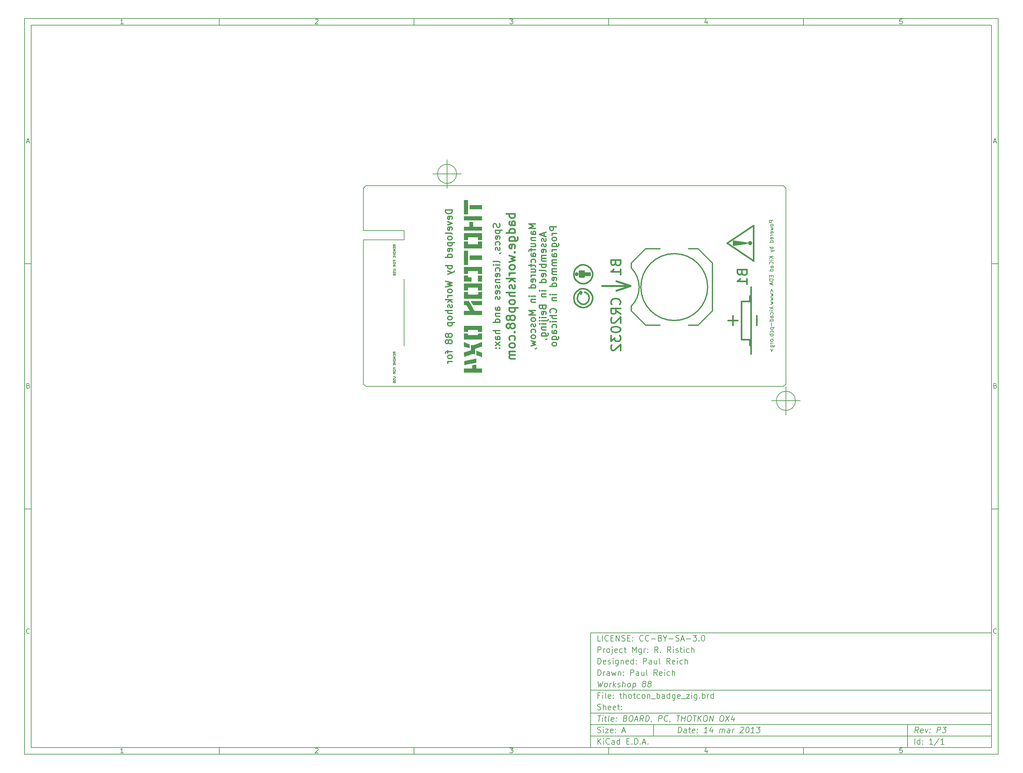
<source format=gbo>
G04 (created by PCBNEW (2012-11-15 BZR 3804)-stable) date Wed 13 Mar 2013 22:39:17 CDT*
%MOIN*%
G04 Gerber Fmt 3.4, Leading zero omitted, Abs format*
%FSLAX34Y34*%
G01*
G70*
G90*
G04 APERTURE LIST*
%ADD10C,0.006*%
%ADD11C,0.012*%
%ADD12C,0.02*%
%ADD13C,0.015*%
%ADD14C,0.008*%
%ADD15C,0.00590551*%
%ADD16C,0.0001*%
G04 APERTURE END LIST*
G54D10*
X-41000Y34000D02*
X61000Y34000D01*
X61000Y-43000D01*
X-41000Y-43000D01*
X-41000Y34000D01*
X-40300Y33300D02*
X60300Y33300D01*
X60300Y-42300D01*
X-40300Y-42300D01*
X-40300Y33300D01*
X-20600Y34000D02*
X-20600Y33300D01*
X-30657Y33447D02*
X-30942Y33447D01*
X-30800Y33447D02*
X-30800Y33947D01*
X-30847Y33876D01*
X-30895Y33828D01*
X-30942Y33804D01*
X-20600Y-43000D02*
X-20600Y-42300D01*
X-30657Y-42852D02*
X-30942Y-42852D01*
X-30800Y-42852D02*
X-30800Y-42352D01*
X-30847Y-42423D01*
X-30895Y-42471D01*
X-30942Y-42495D01*
X-200Y34000D02*
X-200Y33300D01*
X-10542Y33900D02*
X-10519Y33923D01*
X-10471Y33947D01*
X-10352Y33947D01*
X-10304Y33923D01*
X-10280Y33900D01*
X-10257Y33852D01*
X-10257Y33804D01*
X-10280Y33733D01*
X-10566Y33447D01*
X-10257Y33447D01*
X-200Y-43000D02*
X-200Y-42300D01*
X-10542Y-42400D02*
X-10519Y-42376D01*
X-10471Y-42352D01*
X-10352Y-42352D01*
X-10304Y-42376D01*
X-10280Y-42400D01*
X-10257Y-42447D01*
X-10257Y-42495D01*
X-10280Y-42566D01*
X-10566Y-42852D01*
X-10257Y-42852D01*
X20200Y34000D02*
X20200Y33300D01*
X9833Y33947D02*
X10142Y33947D01*
X9976Y33757D01*
X10047Y33757D01*
X10095Y33733D01*
X10119Y33709D01*
X10142Y33661D01*
X10142Y33542D01*
X10119Y33495D01*
X10095Y33471D01*
X10047Y33447D01*
X9904Y33447D01*
X9857Y33471D01*
X9833Y33495D01*
X20200Y-43000D02*
X20200Y-42300D01*
X9833Y-42352D02*
X10142Y-42352D01*
X9976Y-42542D01*
X10047Y-42542D01*
X10095Y-42566D01*
X10119Y-42590D01*
X10142Y-42638D01*
X10142Y-42757D01*
X10119Y-42804D01*
X10095Y-42828D01*
X10047Y-42852D01*
X9904Y-42852D01*
X9857Y-42828D01*
X9833Y-42804D01*
X40600Y34000D02*
X40600Y33300D01*
X30495Y33780D02*
X30495Y33447D01*
X30376Y33971D02*
X30257Y33614D01*
X30566Y33614D01*
X40600Y-43000D02*
X40600Y-42300D01*
X30495Y-42519D02*
X30495Y-42852D01*
X30376Y-42328D02*
X30257Y-42685D01*
X30566Y-42685D01*
X50919Y33947D02*
X50680Y33947D01*
X50657Y33709D01*
X50680Y33733D01*
X50728Y33757D01*
X50847Y33757D01*
X50895Y33733D01*
X50919Y33709D01*
X50942Y33661D01*
X50942Y33542D01*
X50919Y33495D01*
X50895Y33471D01*
X50847Y33447D01*
X50728Y33447D01*
X50680Y33471D01*
X50657Y33495D01*
X50919Y-42352D02*
X50680Y-42352D01*
X50657Y-42590D01*
X50680Y-42566D01*
X50728Y-42542D01*
X50847Y-42542D01*
X50895Y-42566D01*
X50919Y-42590D01*
X50942Y-42638D01*
X50942Y-42757D01*
X50919Y-42804D01*
X50895Y-42828D01*
X50847Y-42852D01*
X50728Y-42852D01*
X50680Y-42828D01*
X50657Y-42804D01*
X-41000Y8340D02*
X-40300Y8340D01*
X-40769Y21110D02*
X-40530Y21110D01*
X-40816Y20967D02*
X-40649Y21467D01*
X-40483Y20967D01*
X61000Y8340D02*
X60300Y8340D01*
X60530Y21110D02*
X60769Y21110D01*
X60483Y20967D02*
X60650Y21467D01*
X60816Y20967D01*
X-41000Y-17320D02*
X-40300Y-17320D01*
X-40614Y-4430D02*
X-40542Y-4454D01*
X-40519Y-4478D01*
X-40495Y-4525D01*
X-40495Y-4597D01*
X-40519Y-4644D01*
X-40542Y-4668D01*
X-40590Y-4692D01*
X-40780Y-4692D01*
X-40780Y-4192D01*
X-40614Y-4192D01*
X-40566Y-4216D01*
X-40542Y-4240D01*
X-40519Y-4287D01*
X-40519Y-4335D01*
X-40542Y-4382D01*
X-40566Y-4406D01*
X-40614Y-4430D01*
X-40780Y-4430D01*
X61000Y-17320D02*
X60300Y-17320D01*
X60685Y-4430D02*
X60757Y-4454D01*
X60780Y-4478D01*
X60804Y-4525D01*
X60804Y-4597D01*
X60780Y-4644D01*
X60757Y-4668D01*
X60709Y-4692D01*
X60519Y-4692D01*
X60519Y-4192D01*
X60685Y-4192D01*
X60733Y-4216D01*
X60757Y-4240D01*
X60780Y-4287D01*
X60780Y-4335D01*
X60757Y-4382D01*
X60733Y-4406D01*
X60685Y-4430D01*
X60519Y-4430D01*
X-40495Y-30304D02*
X-40519Y-30328D01*
X-40590Y-30352D01*
X-40638Y-30352D01*
X-40709Y-30328D01*
X-40757Y-30280D01*
X-40780Y-30233D01*
X-40804Y-30138D01*
X-40804Y-30066D01*
X-40780Y-29971D01*
X-40757Y-29923D01*
X-40709Y-29876D01*
X-40638Y-29852D01*
X-40590Y-29852D01*
X-40519Y-29876D01*
X-40495Y-29900D01*
X60804Y-30304D02*
X60780Y-30328D01*
X60709Y-30352D01*
X60661Y-30352D01*
X60590Y-30328D01*
X60542Y-30280D01*
X60519Y-30233D01*
X60495Y-30138D01*
X60495Y-30066D01*
X60519Y-29971D01*
X60542Y-29923D01*
X60590Y-29876D01*
X60661Y-29852D01*
X60709Y-29852D01*
X60780Y-29876D01*
X60804Y-29900D01*
X27450Y-40742D02*
X27525Y-40142D01*
X27667Y-40142D01*
X27750Y-40171D01*
X27800Y-40228D01*
X27821Y-40285D01*
X27835Y-40400D01*
X27825Y-40485D01*
X27782Y-40600D01*
X27746Y-40657D01*
X27682Y-40714D01*
X27592Y-40742D01*
X27450Y-40742D01*
X28307Y-40742D02*
X28346Y-40428D01*
X28325Y-40371D01*
X28271Y-40342D01*
X28157Y-40342D01*
X28096Y-40371D01*
X28310Y-40714D02*
X28250Y-40742D01*
X28107Y-40742D01*
X28053Y-40714D01*
X28032Y-40657D01*
X28039Y-40600D01*
X28075Y-40542D01*
X28135Y-40514D01*
X28278Y-40514D01*
X28339Y-40485D01*
X28557Y-40342D02*
X28785Y-40342D01*
X28667Y-40142D02*
X28603Y-40657D01*
X28625Y-40714D01*
X28678Y-40742D01*
X28735Y-40742D01*
X29167Y-40714D02*
X29107Y-40742D01*
X28992Y-40742D01*
X28939Y-40714D01*
X28917Y-40657D01*
X28946Y-40428D01*
X28982Y-40371D01*
X29042Y-40342D01*
X29157Y-40342D01*
X29210Y-40371D01*
X29232Y-40428D01*
X29225Y-40485D01*
X28932Y-40542D01*
X29457Y-40685D02*
X29482Y-40714D01*
X29450Y-40742D01*
X29425Y-40714D01*
X29457Y-40685D01*
X29450Y-40742D01*
X29496Y-40371D02*
X29521Y-40400D01*
X29489Y-40428D01*
X29464Y-40400D01*
X29496Y-40371D01*
X29489Y-40428D01*
X30507Y-40742D02*
X30164Y-40742D01*
X30335Y-40742D02*
X30410Y-40142D01*
X30342Y-40228D01*
X30278Y-40285D01*
X30217Y-40314D01*
X31071Y-40342D02*
X31021Y-40742D01*
X30957Y-40114D02*
X30760Y-40542D01*
X31132Y-40542D01*
X31792Y-40742D02*
X31842Y-40342D01*
X31835Y-40400D02*
X31867Y-40371D01*
X31928Y-40342D01*
X32014Y-40342D01*
X32067Y-40371D01*
X32089Y-40428D01*
X32050Y-40742D01*
X32089Y-40428D02*
X32125Y-40371D01*
X32185Y-40342D01*
X32271Y-40342D01*
X32325Y-40371D01*
X32346Y-40428D01*
X32307Y-40742D01*
X32850Y-40742D02*
X32889Y-40428D01*
X32867Y-40371D01*
X32814Y-40342D01*
X32700Y-40342D01*
X32639Y-40371D01*
X32853Y-40714D02*
X32792Y-40742D01*
X32650Y-40742D01*
X32596Y-40714D01*
X32575Y-40657D01*
X32582Y-40600D01*
X32617Y-40542D01*
X32678Y-40514D01*
X32821Y-40514D01*
X32882Y-40485D01*
X33135Y-40742D02*
X33185Y-40342D01*
X33171Y-40457D02*
X33207Y-40400D01*
X33239Y-40371D01*
X33300Y-40342D01*
X33357Y-40342D01*
X34003Y-40200D02*
X34035Y-40171D01*
X34096Y-40142D01*
X34239Y-40142D01*
X34292Y-40171D01*
X34317Y-40200D01*
X34339Y-40257D01*
X34332Y-40314D01*
X34292Y-40400D01*
X33907Y-40742D01*
X34278Y-40742D01*
X34725Y-40142D02*
X34782Y-40142D01*
X34835Y-40171D01*
X34860Y-40200D01*
X34882Y-40257D01*
X34896Y-40371D01*
X34878Y-40514D01*
X34835Y-40628D01*
X34800Y-40685D01*
X34767Y-40714D01*
X34707Y-40742D01*
X34650Y-40742D01*
X34596Y-40714D01*
X34571Y-40685D01*
X34550Y-40628D01*
X34535Y-40514D01*
X34553Y-40371D01*
X34596Y-40257D01*
X34632Y-40200D01*
X34664Y-40171D01*
X34725Y-40142D01*
X35421Y-40742D02*
X35078Y-40742D01*
X35250Y-40742D02*
X35325Y-40142D01*
X35257Y-40228D01*
X35192Y-40285D01*
X35132Y-40314D01*
X35696Y-40142D02*
X36067Y-40142D01*
X35839Y-40371D01*
X35925Y-40371D01*
X35978Y-40400D01*
X36003Y-40428D01*
X36025Y-40485D01*
X36007Y-40628D01*
X35971Y-40685D01*
X35939Y-40714D01*
X35878Y-40742D01*
X35707Y-40742D01*
X35653Y-40714D01*
X35628Y-40685D01*
X19042Y-41942D02*
X19042Y-41342D01*
X19385Y-41942D02*
X19128Y-41600D01*
X19385Y-41342D02*
X19042Y-41685D01*
X19642Y-41942D02*
X19642Y-41542D01*
X19642Y-41342D02*
X19614Y-41371D01*
X19642Y-41400D01*
X19671Y-41371D01*
X19642Y-41342D01*
X19642Y-41400D01*
X20271Y-41885D02*
X20242Y-41914D01*
X20157Y-41942D01*
X20100Y-41942D01*
X20014Y-41914D01*
X19957Y-41857D01*
X19928Y-41800D01*
X19900Y-41685D01*
X19900Y-41600D01*
X19928Y-41485D01*
X19957Y-41428D01*
X20014Y-41371D01*
X20100Y-41342D01*
X20157Y-41342D01*
X20242Y-41371D01*
X20271Y-41400D01*
X20785Y-41942D02*
X20785Y-41628D01*
X20757Y-41571D01*
X20700Y-41542D01*
X20585Y-41542D01*
X20528Y-41571D01*
X20785Y-41914D02*
X20728Y-41942D01*
X20585Y-41942D01*
X20528Y-41914D01*
X20500Y-41857D01*
X20500Y-41800D01*
X20528Y-41742D01*
X20585Y-41714D01*
X20728Y-41714D01*
X20785Y-41685D01*
X21328Y-41942D02*
X21328Y-41342D01*
X21328Y-41914D02*
X21271Y-41942D01*
X21157Y-41942D01*
X21100Y-41914D01*
X21071Y-41885D01*
X21042Y-41828D01*
X21042Y-41657D01*
X21071Y-41600D01*
X21100Y-41571D01*
X21157Y-41542D01*
X21271Y-41542D01*
X21328Y-41571D01*
X22071Y-41628D02*
X22271Y-41628D01*
X22357Y-41942D02*
X22071Y-41942D01*
X22071Y-41342D01*
X22357Y-41342D01*
X22614Y-41885D02*
X22642Y-41914D01*
X22614Y-41942D01*
X22585Y-41914D01*
X22614Y-41885D01*
X22614Y-41942D01*
X22899Y-41942D02*
X22899Y-41342D01*
X23042Y-41342D01*
X23128Y-41371D01*
X23185Y-41428D01*
X23214Y-41485D01*
X23242Y-41600D01*
X23242Y-41685D01*
X23214Y-41800D01*
X23185Y-41857D01*
X23128Y-41914D01*
X23042Y-41942D01*
X22899Y-41942D01*
X23499Y-41885D02*
X23528Y-41914D01*
X23499Y-41942D01*
X23471Y-41914D01*
X23499Y-41885D01*
X23499Y-41942D01*
X23757Y-41771D02*
X24042Y-41771D01*
X23699Y-41942D02*
X23899Y-41342D01*
X24099Y-41942D01*
X24299Y-41885D02*
X24328Y-41914D01*
X24299Y-41942D01*
X24271Y-41914D01*
X24299Y-41885D01*
X24299Y-41942D01*
X52592Y-40742D02*
X52428Y-40457D01*
X52250Y-40742D02*
X52325Y-40142D01*
X52553Y-40142D01*
X52607Y-40171D01*
X52632Y-40200D01*
X52653Y-40257D01*
X52642Y-40342D01*
X52607Y-40400D01*
X52575Y-40428D01*
X52514Y-40457D01*
X52285Y-40457D01*
X53082Y-40714D02*
X53021Y-40742D01*
X52907Y-40742D01*
X52853Y-40714D01*
X52832Y-40657D01*
X52860Y-40428D01*
X52896Y-40371D01*
X52957Y-40342D01*
X53071Y-40342D01*
X53125Y-40371D01*
X53146Y-40428D01*
X53139Y-40485D01*
X52846Y-40542D01*
X53357Y-40342D02*
X53450Y-40742D01*
X53642Y-40342D01*
X53828Y-40685D02*
X53853Y-40714D01*
X53821Y-40742D01*
X53796Y-40714D01*
X53828Y-40685D01*
X53821Y-40742D01*
X53867Y-40371D02*
X53892Y-40400D01*
X53860Y-40428D01*
X53835Y-40400D01*
X53867Y-40371D01*
X53860Y-40428D01*
X54564Y-40742D02*
X54639Y-40142D01*
X54867Y-40142D01*
X54921Y-40171D01*
X54946Y-40200D01*
X54967Y-40257D01*
X54957Y-40342D01*
X54921Y-40400D01*
X54889Y-40428D01*
X54828Y-40457D01*
X54600Y-40457D01*
X55182Y-40142D02*
X55553Y-40142D01*
X55325Y-40371D01*
X55410Y-40371D01*
X55464Y-40400D01*
X55489Y-40428D01*
X55510Y-40485D01*
X55492Y-40628D01*
X55457Y-40685D01*
X55425Y-40714D01*
X55364Y-40742D01*
X55192Y-40742D01*
X55139Y-40714D01*
X55114Y-40685D01*
X19014Y-40714D02*
X19100Y-40742D01*
X19242Y-40742D01*
X19300Y-40714D01*
X19328Y-40685D01*
X19357Y-40628D01*
X19357Y-40571D01*
X19328Y-40514D01*
X19300Y-40485D01*
X19242Y-40457D01*
X19128Y-40428D01*
X19071Y-40400D01*
X19042Y-40371D01*
X19014Y-40314D01*
X19014Y-40257D01*
X19042Y-40200D01*
X19071Y-40171D01*
X19128Y-40142D01*
X19271Y-40142D01*
X19357Y-40171D01*
X19614Y-40742D02*
X19614Y-40342D01*
X19614Y-40142D02*
X19585Y-40171D01*
X19614Y-40200D01*
X19642Y-40171D01*
X19614Y-40142D01*
X19614Y-40200D01*
X19842Y-40342D02*
X20157Y-40342D01*
X19842Y-40742D01*
X20157Y-40742D01*
X20614Y-40714D02*
X20557Y-40742D01*
X20442Y-40742D01*
X20385Y-40714D01*
X20357Y-40657D01*
X20357Y-40428D01*
X20385Y-40371D01*
X20442Y-40342D01*
X20557Y-40342D01*
X20614Y-40371D01*
X20642Y-40428D01*
X20642Y-40485D01*
X20357Y-40542D01*
X20900Y-40685D02*
X20928Y-40714D01*
X20900Y-40742D01*
X20871Y-40714D01*
X20900Y-40685D01*
X20900Y-40742D01*
X20900Y-40371D02*
X20928Y-40400D01*
X20900Y-40428D01*
X20871Y-40400D01*
X20900Y-40371D01*
X20900Y-40428D01*
X21614Y-40571D02*
X21900Y-40571D01*
X21557Y-40742D02*
X21757Y-40142D01*
X21957Y-40742D01*
X52242Y-41942D02*
X52242Y-41342D01*
X52785Y-41942D02*
X52785Y-41342D01*
X52785Y-41914D02*
X52728Y-41942D01*
X52614Y-41942D01*
X52557Y-41914D01*
X52528Y-41885D01*
X52500Y-41828D01*
X52500Y-41657D01*
X52528Y-41600D01*
X52557Y-41571D01*
X52614Y-41542D01*
X52728Y-41542D01*
X52785Y-41571D01*
X53071Y-41885D02*
X53100Y-41914D01*
X53071Y-41942D01*
X53042Y-41914D01*
X53071Y-41885D01*
X53071Y-41942D01*
X53071Y-41571D02*
X53100Y-41600D01*
X53071Y-41628D01*
X53042Y-41600D01*
X53071Y-41571D01*
X53071Y-41628D01*
X54128Y-41942D02*
X53785Y-41942D01*
X53957Y-41942D02*
X53957Y-41342D01*
X53899Y-41428D01*
X53842Y-41485D01*
X53785Y-41514D01*
X54814Y-41314D02*
X54300Y-42085D01*
X55328Y-41942D02*
X54985Y-41942D01*
X55157Y-41942D02*
X55157Y-41342D01*
X55099Y-41428D01*
X55042Y-41485D01*
X54985Y-41514D01*
X19039Y-38942D02*
X19382Y-38942D01*
X19135Y-39542D02*
X19210Y-38942D01*
X19507Y-39542D02*
X19557Y-39142D01*
X19582Y-38942D02*
X19550Y-38971D01*
X19575Y-39000D01*
X19607Y-38971D01*
X19582Y-38942D01*
X19575Y-39000D01*
X19757Y-39142D02*
X19985Y-39142D01*
X19867Y-38942D02*
X19803Y-39457D01*
X19825Y-39514D01*
X19878Y-39542D01*
X19935Y-39542D01*
X20221Y-39542D02*
X20167Y-39514D01*
X20146Y-39457D01*
X20210Y-38942D01*
X20682Y-39514D02*
X20621Y-39542D01*
X20507Y-39542D01*
X20453Y-39514D01*
X20432Y-39457D01*
X20460Y-39228D01*
X20496Y-39171D01*
X20557Y-39142D01*
X20671Y-39142D01*
X20725Y-39171D01*
X20746Y-39228D01*
X20739Y-39285D01*
X20446Y-39342D01*
X20971Y-39485D02*
X20996Y-39514D01*
X20964Y-39542D01*
X20939Y-39514D01*
X20971Y-39485D01*
X20964Y-39542D01*
X21010Y-39171D02*
X21035Y-39200D01*
X21003Y-39228D01*
X20978Y-39200D01*
X21010Y-39171D01*
X21003Y-39228D01*
X21946Y-39228D02*
X22028Y-39257D01*
X22053Y-39285D01*
X22075Y-39342D01*
X22064Y-39428D01*
X22028Y-39485D01*
X21996Y-39514D01*
X21935Y-39542D01*
X21707Y-39542D01*
X21782Y-38942D01*
X21982Y-38942D01*
X22035Y-38971D01*
X22060Y-39000D01*
X22082Y-39057D01*
X22075Y-39114D01*
X22039Y-39171D01*
X22007Y-39200D01*
X21946Y-39228D01*
X21746Y-39228D01*
X22496Y-38942D02*
X22610Y-38942D01*
X22664Y-38971D01*
X22714Y-39028D01*
X22728Y-39142D01*
X22703Y-39342D01*
X22660Y-39457D01*
X22596Y-39514D01*
X22535Y-39542D01*
X22421Y-39542D01*
X22367Y-39514D01*
X22317Y-39457D01*
X22303Y-39342D01*
X22328Y-39142D01*
X22371Y-39028D01*
X22435Y-38971D01*
X22496Y-38942D01*
X22928Y-39371D02*
X23214Y-39371D01*
X22850Y-39542D02*
X23125Y-38942D01*
X23250Y-39542D01*
X23792Y-39542D02*
X23628Y-39257D01*
X23450Y-39542D02*
X23525Y-38942D01*
X23753Y-38942D01*
X23807Y-38971D01*
X23832Y-39000D01*
X23853Y-39057D01*
X23842Y-39142D01*
X23807Y-39200D01*
X23775Y-39228D01*
X23714Y-39257D01*
X23485Y-39257D01*
X24050Y-39542D02*
X24125Y-38942D01*
X24267Y-38942D01*
X24350Y-38971D01*
X24400Y-39028D01*
X24421Y-39085D01*
X24435Y-39200D01*
X24425Y-39285D01*
X24382Y-39400D01*
X24346Y-39457D01*
X24282Y-39514D01*
X24192Y-39542D01*
X24050Y-39542D01*
X24682Y-39514D02*
X24678Y-39542D01*
X24642Y-39600D01*
X24610Y-39628D01*
X25392Y-39542D02*
X25467Y-38942D01*
X25696Y-38942D01*
X25749Y-38971D01*
X25775Y-39000D01*
X25796Y-39057D01*
X25785Y-39142D01*
X25750Y-39200D01*
X25717Y-39228D01*
X25657Y-39257D01*
X25428Y-39257D01*
X26342Y-39485D02*
X26310Y-39514D01*
X26221Y-39542D01*
X26164Y-39542D01*
X26082Y-39514D01*
X26032Y-39457D01*
X26010Y-39400D01*
X25996Y-39285D01*
X26007Y-39200D01*
X26050Y-39085D01*
X26085Y-39028D01*
X26149Y-38971D01*
X26239Y-38942D01*
X26296Y-38942D01*
X26378Y-38971D01*
X26403Y-39000D01*
X26625Y-39514D02*
X26621Y-39542D01*
X26585Y-39600D01*
X26553Y-39628D01*
X27325Y-38942D02*
X27667Y-38942D01*
X27421Y-39542D02*
X27496Y-38942D01*
X27792Y-39542D02*
X27867Y-38942D01*
X27832Y-39228D02*
X28175Y-39228D01*
X28135Y-39542D02*
X28210Y-38942D01*
X28610Y-38942D02*
X28725Y-38942D01*
X28778Y-38971D01*
X28828Y-39028D01*
X28842Y-39142D01*
X28817Y-39342D01*
X28774Y-39457D01*
X28710Y-39514D01*
X28650Y-39542D01*
X28535Y-39542D01*
X28482Y-39514D01*
X28432Y-39457D01*
X28417Y-39342D01*
X28442Y-39142D01*
X28485Y-39028D01*
X28549Y-38971D01*
X28610Y-38942D01*
X29039Y-38942D02*
X29382Y-38942D01*
X29135Y-39542D02*
X29210Y-38942D01*
X29507Y-39542D02*
X29582Y-38942D01*
X29849Y-39542D02*
X29635Y-39200D01*
X29924Y-38942D02*
X29539Y-39285D01*
X30296Y-38942D02*
X30410Y-38942D01*
X30464Y-38971D01*
X30514Y-39028D01*
X30528Y-39142D01*
X30503Y-39342D01*
X30460Y-39457D01*
X30396Y-39514D01*
X30335Y-39542D01*
X30221Y-39542D01*
X30167Y-39514D01*
X30117Y-39457D01*
X30103Y-39342D01*
X30128Y-39142D01*
X30171Y-39028D01*
X30235Y-38971D01*
X30296Y-38942D01*
X30735Y-39542D02*
X30810Y-38942D01*
X31078Y-39542D01*
X31153Y-38942D01*
X32010Y-38942D02*
X32124Y-38942D01*
X32178Y-38971D01*
X32228Y-39028D01*
X32242Y-39142D01*
X32217Y-39342D01*
X32174Y-39457D01*
X32110Y-39514D01*
X32049Y-39542D01*
X31935Y-39542D01*
X31882Y-39514D01*
X31832Y-39457D01*
X31817Y-39342D01*
X31842Y-39142D01*
X31885Y-39028D01*
X31949Y-38971D01*
X32010Y-38942D01*
X32467Y-38942D02*
X32792Y-39542D01*
X32867Y-38942D02*
X32392Y-39542D01*
X33328Y-39142D02*
X33278Y-39542D01*
X33214Y-38914D02*
X33017Y-39342D01*
X33389Y-39342D01*
X19242Y-36828D02*
X19042Y-36828D01*
X19042Y-37142D02*
X19042Y-36542D01*
X19328Y-36542D01*
X19557Y-37142D02*
X19557Y-36742D01*
X19557Y-36542D02*
X19528Y-36571D01*
X19557Y-36600D01*
X19585Y-36571D01*
X19557Y-36542D01*
X19557Y-36600D01*
X19928Y-37142D02*
X19871Y-37114D01*
X19842Y-37057D01*
X19842Y-36542D01*
X20385Y-37114D02*
X20328Y-37142D01*
X20214Y-37142D01*
X20157Y-37114D01*
X20128Y-37057D01*
X20128Y-36828D01*
X20157Y-36771D01*
X20214Y-36742D01*
X20328Y-36742D01*
X20385Y-36771D01*
X20414Y-36828D01*
X20414Y-36885D01*
X20128Y-36942D01*
X20671Y-37085D02*
X20700Y-37114D01*
X20671Y-37142D01*
X20642Y-37114D01*
X20671Y-37085D01*
X20671Y-37142D01*
X20671Y-36771D02*
X20700Y-36800D01*
X20671Y-36828D01*
X20642Y-36800D01*
X20671Y-36771D01*
X20671Y-36828D01*
X21328Y-36742D02*
X21557Y-36742D01*
X21414Y-36542D02*
X21414Y-37057D01*
X21442Y-37114D01*
X21500Y-37142D01*
X21557Y-37142D01*
X21757Y-37142D02*
X21757Y-36542D01*
X22014Y-37142D02*
X22014Y-36828D01*
X21985Y-36771D01*
X21928Y-36742D01*
X21842Y-36742D01*
X21785Y-36771D01*
X21757Y-36800D01*
X22385Y-37142D02*
X22328Y-37114D01*
X22300Y-37085D01*
X22271Y-37028D01*
X22271Y-36857D01*
X22300Y-36800D01*
X22328Y-36771D01*
X22385Y-36742D01*
X22471Y-36742D01*
X22528Y-36771D01*
X22557Y-36800D01*
X22585Y-36857D01*
X22585Y-37028D01*
X22557Y-37085D01*
X22528Y-37114D01*
X22471Y-37142D01*
X22385Y-37142D01*
X22757Y-36742D02*
X22985Y-36742D01*
X22842Y-36542D02*
X22842Y-37057D01*
X22871Y-37114D01*
X22928Y-37142D01*
X22985Y-37142D01*
X23442Y-37114D02*
X23385Y-37142D01*
X23271Y-37142D01*
X23214Y-37114D01*
X23185Y-37085D01*
X23157Y-37028D01*
X23157Y-36857D01*
X23185Y-36800D01*
X23214Y-36771D01*
X23271Y-36742D01*
X23385Y-36742D01*
X23442Y-36771D01*
X23785Y-37142D02*
X23728Y-37114D01*
X23700Y-37085D01*
X23671Y-37028D01*
X23671Y-36857D01*
X23700Y-36800D01*
X23728Y-36771D01*
X23785Y-36742D01*
X23871Y-36742D01*
X23928Y-36771D01*
X23957Y-36800D01*
X23985Y-36857D01*
X23985Y-37028D01*
X23957Y-37085D01*
X23928Y-37114D01*
X23871Y-37142D01*
X23785Y-37142D01*
X24242Y-36742D02*
X24242Y-37142D01*
X24242Y-36800D02*
X24271Y-36771D01*
X24328Y-36742D01*
X24414Y-36742D01*
X24471Y-36771D01*
X24500Y-36828D01*
X24500Y-37142D01*
X24642Y-37200D02*
X25100Y-37200D01*
X25242Y-37142D02*
X25242Y-36542D01*
X25242Y-36771D02*
X25300Y-36742D01*
X25414Y-36742D01*
X25471Y-36771D01*
X25500Y-36800D01*
X25528Y-36857D01*
X25528Y-37028D01*
X25500Y-37085D01*
X25471Y-37114D01*
X25414Y-37142D01*
X25300Y-37142D01*
X25242Y-37114D01*
X26042Y-37142D02*
X26042Y-36828D01*
X26014Y-36771D01*
X25957Y-36742D01*
X25842Y-36742D01*
X25785Y-36771D01*
X26042Y-37114D02*
X25985Y-37142D01*
X25842Y-37142D01*
X25785Y-37114D01*
X25757Y-37057D01*
X25757Y-37000D01*
X25785Y-36942D01*
X25842Y-36914D01*
X25985Y-36914D01*
X26042Y-36885D01*
X26585Y-37142D02*
X26585Y-36542D01*
X26585Y-37114D02*
X26528Y-37142D01*
X26414Y-37142D01*
X26357Y-37114D01*
X26328Y-37085D01*
X26300Y-37028D01*
X26300Y-36857D01*
X26328Y-36800D01*
X26357Y-36771D01*
X26414Y-36742D01*
X26528Y-36742D01*
X26585Y-36771D01*
X27128Y-36742D02*
X27128Y-37228D01*
X27100Y-37285D01*
X27071Y-37314D01*
X27014Y-37342D01*
X26928Y-37342D01*
X26871Y-37314D01*
X27128Y-37114D02*
X27071Y-37142D01*
X26957Y-37142D01*
X26900Y-37114D01*
X26871Y-37085D01*
X26842Y-37028D01*
X26842Y-36857D01*
X26871Y-36800D01*
X26900Y-36771D01*
X26957Y-36742D01*
X27071Y-36742D01*
X27128Y-36771D01*
X27642Y-37114D02*
X27585Y-37142D01*
X27471Y-37142D01*
X27414Y-37114D01*
X27385Y-37057D01*
X27385Y-36828D01*
X27414Y-36771D01*
X27471Y-36742D01*
X27585Y-36742D01*
X27642Y-36771D01*
X27671Y-36828D01*
X27671Y-36885D01*
X27385Y-36942D01*
X27785Y-37200D02*
X28242Y-37200D01*
X28328Y-36742D02*
X28642Y-36742D01*
X28328Y-37142D01*
X28642Y-37142D01*
X28871Y-37142D02*
X28871Y-36742D01*
X28871Y-36542D02*
X28842Y-36571D01*
X28871Y-36600D01*
X28900Y-36571D01*
X28871Y-36542D01*
X28871Y-36600D01*
X29414Y-36742D02*
X29414Y-37228D01*
X29385Y-37285D01*
X29357Y-37314D01*
X29299Y-37342D01*
X29214Y-37342D01*
X29157Y-37314D01*
X29414Y-37114D02*
X29357Y-37142D01*
X29242Y-37142D01*
X29185Y-37114D01*
X29157Y-37085D01*
X29128Y-37028D01*
X29128Y-36857D01*
X29157Y-36800D01*
X29185Y-36771D01*
X29242Y-36742D01*
X29357Y-36742D01*
X29414Y-36771D01*
X29699Y-37085D02*
X29728Y-37114D01*
X29699Y-37142D01*
X29671Y-37114D01*
X29699Y-37085D01*
X29699Y-37142D01*
X29985Y-37142D02*
X29985Y-36542D01*
X29985Y-36771D02*
X30042Y-36742D01*
X30157Y-36742D01*
X30214Y-36771D01*
X30242Y-36800D01*
X30271Y-36857D01*
X30271Y-37028D01*
X30242Y-37085D01*
X30214Y-37114D01*
X30157Y-37142D01*
X30042Y-37142D01*
X29985Y-37114D01*
X30528Y-37142D02*
X30528Y-36742D01*
X30528Y-36857D02*
X30557Y-36800D01*
X30585Y-36771D01*
X30642Y-36742D01*
X30699Y-36742D01*
X31157Y-37142D02*
X31157Y-36542D01*
X31157Y-37114D02*
X31099Y-37142D01*
X30985Y-37142D01*
X30928Y-37114D01*
X30899Y-37085D01*
X30871Y-37028D01*
X30871Y-36857D01*
X30899Y-36800D01*
X30928Y-36771D01*
X30985Y-36742D01*
X31099Y-36742D01*
X31157Y-36771D01*
X19014Y-38314D02*
X19100Y-38342D01*
X19242Y-38342D01*
X19300Y-38314D01*
X19328Y-38285D01*
X19357Y-38228D01*
X19357Y-38171D01*
X19328Y-38114D01*
X19300Y-38085D01*
X19242Y-38057D01*
X19128Y-38028D01*
X19071Y-38000D01*
X19042Y-37971D01*
X19014Y-37914D01*
X19014Y-37857D01*
X19042Y-37800D01*
X19071Y-37771D01*
X19128Y-37742D01*
X19271Y-37742D01*
X19357Y-37771D01*
X19614Y-38342D02*
X19614Y-37742D01*
X19871Y-38342D02*
X19871Y-38028D01*
X19842Y-37971D01*
X19785Y-37942D01*
X19700Y-37942D01*
X19642Y-37971D01*
X19614Y-38000D01*
X20385Y-38314D02*
X20328Y-38342D01*
X20214Y-38342D01*
X20157Y-38314D01*
X20128Y-38257D01*
X20128Y-38028D01*
X20157Y-37971D01*
X20214Y-37942D01*
X20328Y-37942D01*
X20385Y-37971D01*
X20414Y-38028D01*
X20414Y-38085D01*
X20128Y-38142D01*
X20900Y-38314D02*
X20842Y-38342D01*
X20728Y-38342D01*
X20671Y-38314D01*
X20642Y-38257D01*
X20642Y-38028D01*
X20671Y-37971D01*
X20728Y-37942D01*
X20842Y-37942D01*
X20900Y-37971D01*
X20928Y-38028D01*
X20928Y-38085D01*
X20642Y-38142D01*
X21100Y-37942D02*
X21328Y-37942D01*
X21185Y-37742D02*
X21185Y-38257D01*
X21214Y-38314D01*
X21271Y-38342D01*
X21328Y-38342D01*
X21528Y-38285D02*
X21557Y-38314D01*
X21528Y-38342D01*
X21500Y-38314D01*
X21528Y-38285D01*
X21528Y-38342D01*
X21528Y-37971D02*
X21557Y-38000D01*
X21528Y-38028D01*
X21500Y-38000D01*
X21528Y-37971D01*
X21528Y-38028D01*
X19067Y-35342D02*
X19135Y-35942D01*
X19303Y-35514D01*
X19364Y-35942D01*
X19582Y-35342D01*
X19821Y-35942D02*
X19767Y-35914D01*
X19742Y-35885D01*
X19721Y-35828D01*
X19742Y-35657D01*
X19778Y-35600D01*
X19810Y-35571D01*
X19871Y-35542D01*
X19957Y-35542D01*
X20010Y-35571D01*
X20035Y-35600D01*
X20057Y-35657D01*
X20035Y-35828D01*
X20000Y-35885D01*
X19967Y-35914D01*
X19907Y-35942D01*
X19821Y-35942D01*
X20278Y-35942D02*
X20328Y-35542D01*
X20314Y-35657D02*
X20350Y-35600D01*
X20382Y-35571D01*
X20442Y-35542D01*
X20500Y-35542D01*
X20650Y-35942D02*
X20725Y-35342D01*
X20735Y-35714D02*
X20878Y-35942D01*
X20928Y-35542D02*
X20671Y-35771D01*
X21110Y-35914D02*
X21164Y-35942D01*
X21278Y-35942D01*
X21339Y-35914D01*
X21375Y-35857D01*
X21378Y-35828D01*
X21357Y-35771D01*
X21303Y-35742D01*
X21217Y-35742D01*
X21164Y-35714D01*
X21142Y-35657D01*
X21146Y-35628D01*
X21182Y-35571D01*
X21242Y-35542D01*
X21328Y-35542D01*
X21382Y-35571D01*
X21621Y-35942D02*
X21696Y-35342D01*
X21878Y-35942D02*
X21917Y-35628D01*
X21896Y-35571D01*
X21842Y-35542D01*
X21757Y-35542D01*
X21696Y-35571D01*
X21664Y-35600D01*
X22249Y-35942D02*
X22196Y-35914D01*
X22171Y-35885D01*
X22150Y-35828D01*
X22171Y-35657D01*
X22207Y-35600D01*
X22239Y-35571D01*
X22299Y-35542D01*
X22385Y-35542D01*
X22439Y-35571D01*
X22464Y-35600D01*
X22485Y-35657D01*
X22464Y-35828D01*
X22428Y-35885D01*
X22396Y-35914D01*
X22335Y-35942D01*
X22249Y-35942D01*
X22757Y-35542D02*
X22682Y-36142D01*
X22753Y-35571D02*
X22814Y-35542D01*
X22928Y-35542D01*
X22982Y-35571D01*
X23007Y-35600D01*
X23028Y-35657D01*
X23007Y-35828D01*
X22971Y-35885D01*
X22939Y-35914D01*
X22878Y-35942D01*
X22764Y-35942D01*
X22710Y-35914D01*
X23835Y-35600D02*
X23782Y-35571D01*
X23757Y-35542D01*
X23735Y-35485D01*
X23739Y-35457D01*
X23774Y-35400D01*
X23807Y-35371D01*
X23867Y-35342D01*
X23982Y-35342D01*
X24035Y-35371D01*
X24060Y-35400D01*
X24082Y-35457D01*
X24078Y-35485D01*
X24042Y-35542D01*
X24010Y-35571D01*
X23949Y-35600D01*
X23835Y-35600D01*
X23775Y-35628D01*
X23742Y-35657D01*
X23707Y-35714D01*
X23692Y-35828D01*
X23714Y-35885D01*
X23739Y-35914D01*
X23792Y-35942D01*
X23907Y-35942D01*
X23967Y-35914D01*
X23999Y-35885D01*
X24035Y-35828D01*
X24049Y-35714D01*
X24028Y-35657D01*
X24003Y-35628D01*
X23949Y-35600D01*
X24407Y-35600D02*
X24353Y-35571D01*
X24328Y-35542D01*
X24307Y-35485D01*
X24310Y-35457D01*
X24346Y-35400D01*
X24378Y-35371D01*
X24439Y-35342D01*
X24553Y-35342D01*
X24607Y-35371D01*
X24632Y-35400D01*
X24653Y-35457D01*
X24650Y-35485D01*
X24614Y-35542D01*
X24582Y-35571D01*
X24521Y-35600D01*
X24407Y-35600D01*
X24346Y-35628D01*
X24314Y-35657D01*
X24278Y-35714D01*
X24264Y-35828D01*
X24285Y-35885D01*
X24310Y-35914D01*
X24364Y-35942D01*
X24478Y-35942D01*
X24539Y-35914D01*
X24571Y-35885D01*
X24607Y-35828D01*
X24621Y-35714D01*
X24599Y-35657D01*
X24575Y-35628D01*
X24521Y-35600D01*
X19042Y-34742D02*
X19042Y-34142D01*
X19185Y-34142D01*
X19271Y-34171D01*
X19328Y-34228D01*
X19357Y-34285D01*
X19385Y-34400D01*
X19385Y-34485D01*
X19357Y-34600D01*
X19328Y-34657D01*
X19271Y-34714D01*
X19185Y-34742D01*
X19042Y-34742D01*
X19642Y-34742D02*
X19642Y-34342D01*
X19642Y-34457D02*
X19671Y-34400D01*
X19700Y-34371D01*
X19757Y-34342D01*
X19814Y-34342D01*
X20271Y-34742D02*
X20271Y-34428D01*
X20242Y-34371D01*
X20185Y-34342D01*
X20071Y-34342D01*
X20014Y-34371D01*
X20271Y-34714D02*
X20214Y-34742D01*
X20071Y-34742D01*
X20014Y-34714D01*
X19985Y-34657D01*
X19985Y-34600D01*
X20014Y-34542D01*
X20071Y-34514D01*
X20214Y-34514D01*
X20271Y-34485D01*
X20500Y-34342D02*
X20614Y-34742D01*
X20728Y-34457D01*
X20842Y-34742D01*
X20957Y-34342D01*
X21185Y-34342D02*
X21185Y-34742D01*
X21185Y-34400D02*
X21214Y-34371D01*
X21271Y-34342D01*
X21357Y-34342D01*
X21414Y-34371D01*
X21442Y-34428D01*
X21442Y-34742D01*
X21728Y-34685D02*
X21757Y-34714D01*
X21728Y-34742D01*
X21700Y-34714D01*
X21728Y-34685D01*
X21728Y-34742D01*
X21728Y-34371D02*
X21757Y-34400D01*
X21728Y-34428D01*
X21700Y-34400D01*
X21728Y-34371D01*
X21728Y-34428D01*
X22471Y-34742D02*
X22471Y-34142D01*
X22700Y-34142D01*
X22757Y-34171D01*
X22785Y-34200D01*
X22814Y-34257D01*
X22814Y-34342D01*
X22785Y-34400D01*
X22757Y-34428D01*
X22700Y-34457D01*
X22471Y-34457D01*
X23328Y-34742D02*
X23328Y-34428D01*
X23300Y-34371D01*
X23242Y-34342D01*
X23128Y-34342D01*
X23071Y-34371D01*
X23328Y-34714D02*
X23271Y-34742D01*
X23128Y-34742D01*
X23071Y-34714D01*
X23042Y-34657D01*
X23042Y-34600D01*
X23071Y-34542D01*
X23128Y-34514D01*
X23271Y-34514D01*
X23328Y-34485D01*
X23871Y-34342D02*
X23871Y-34742D01*
X23614Y-34342D02*
X23614Y-34657D01*
X23642Y-34714D01*
X23699Y-34742D01*
X23785Y-34742D01*
X23842Y-34714D01*
X23871Y-34685D01*
X24242Y-34742D02*
X24185Y-34714D01*
X24157Y-34657D01*
X24157Y-34142D01*
X25271Y-34742D02*
X25071Y-34457D01*
X24928Y-34742D02*
X24928Y-34142D01*
X25157Y-34142D01*
X25214Y-34171D01*
X25242Y-34200D01*
X25271Y-34257D01*
X25271Y-34342D01*
X25242Y-34400D01*
X25214Y-34428D01*
X25157Y-34457D01*
X24928Y-34457D01*
X25757Y-34714D02*
X25700Y-34742D01*
X25585Y-34742D01*
X25528Y-34714D01*
X25500Y-34657D01*
X25500Y-34428D01*
X25528Y-34371D01*
X25585Y-34342D01*
X25700Y-34342D01*
X25757Y-34371D01*
X25785Y-34428D01*
X25785Y-34485D01*
X25500Y-34542D01*
X26042Y-34742D02*
X26042Y-34342D01*
X26042Y-34142D02*
X26014Y-34171D01*
X26042Y-34200D01*
X26071Y-34171D01*
X26042Y-34142D01*
X26042Y-34200D01*
X26585Y-34714D02*
X26528Y-34742D01*
X26414Y-34742D01*
X26357Y-34714D01*
X26328Y-34685D01*
X26300Y-34628D01*
X26300Y-34457D01*
X26328Y-34400D01*
X26357Y-34371D01*
X26414Y-34342D01*
X26528Y-34342D01*
X26585Y-34371D01*
X26842Y-34742D02*
X26842Y-34142D01*
X27100Y-34742D02*
X27100Y-34428D01*
X27071Y-34371D01*
X27014Y-34342D01*
X26928Y-34342D01*
X26871Y-34371D01*
X26842Y-34400D01*
X19042Y-33542D02*
X19042Y-32942D01*
X19185Y-32942D01*
X19271Y-32971D01*
X19328Y-33028D01*
X19357Y-33085D01*
X19385Y-33200D01*
X19385Y-33285D01*
X19357Y-33400D01*
X19328Y-33457D01*
X19271Y-33514D01*
X19185Y-33542D01*
X19042Y-33542D01*
X19871Y-33514D02*
X19814Y-33542D01*
X19700Y-33542D01*
X19642Y-33514D01*
X19614Y-33457D01*
X19614Y-33228D01*
X19642Y-33171D01*
X19700Y-33142D01*
X19814Y-33142D01*
X19871Y-33171D01*
X19900Y-33228D01*
X19900Y-33285D01*
X19614Y-33342D01*
X20128Y-33514D02*
X20185Y-33542D01*
X20300Y-33542D01*
X20357Y-33514D01*
X20385Y-33457D01*
X20385Y-33428D01*
X20357Y-33371D01*
X20300Y-33342D01*
X20214Y-33342D01*
X20157Y-33314D01*
X20128Y-33257D01*
X20128Y-33228D01*
X20157Y-33171D01*
X20214Y-33142D01*
X20300Y-33142D01*
X20357Y-33171D01*
X20642Y-33542D02*
X20642Y-33142D01*
X20642Y-32942D02*
X20614Y-32971D01*
X20642Y-33000D01*
X20671Y-32971D01*
X20642Y-32942D01*
X20642Y-33000D01*
X21185Y-33142D02*
X21185Y-33628D01*
X21157Y-33685D01*
X21128Y-33714D01*
X21071Y-33742D01*
X20985Y-33742D01*
X20928Y-33714D01*
X21185Y-33514D02*
X21128Y-33542D01*
X21014Y-33542D01*
X20957Y-33514D01*
X20928Y-33485D01*
X20900Y-33428D01*
X20900Y-33257D01*
X20928Y-33200D01*
X20957Y-33171D01*
X21014Y-33142D01*
X21128Y-33142D01*
X21185Y-33171D01*
X21471Y-33142D02*
X21471Y-33542D01*
X21471Y-33200D02*
X21500Y-33171D01*
X21557Y-33142D01*
X21642Y-33142D01*
X21700Y-33171D01*
X21728Y-33228D01*
X21728Y-33542D01*
X22242Y-33514D02*
X22185Y-33542D01*
X22071Y-33542D01*
X22014Y-33514D01*
X21985Y-33457D01*
X21985Y-33228D01*
X22014Y-33171D01*
X22071Y-33142D01*
X22185Y-33142D01*
X22242Y-33171D01*
X22271Y-33228D01*
X22271Y-33285D01*
X21985Y-33342D01*
X22785Y-33542D02*
X22785Y-32942D01*
X22785Y-33514D02*
X22728Y-33542D01*
X22614Y-33542D01*
X22557Y-33514D01*
X22528Y-33485D01*
X22500Y-33428D01*
X22500Y-33257D01*
X22528Y-33200D01*
X22557Y-33171D01*
X22614Y-33142D01*
X22728Y-33142D01*
X22785Y-33171D01*
X23071Y-33485D02*
X23100Y-33514D01*
X23071Y-33542D01*
X23042Y-33514D01*
X23071Y-33485D01*
X23071Y-33542D01*
X23071Y-33171D02*
X23100Y-33200D01*
X23071Y-33228D01*
X23042Y-33200D01*
X23071Y-33171D01*
X23071Y-33228D01*
X23814Y-33542D02*
X23814Y-32942D01*
X24042Y-32942D01*
X24099Y-32971D01*
X24128Y-33000D01*
X24157Y-33057D01*
X24157Y-33142D01*
X24128Y-33200D01*
X24099Y-33228D01*
X24042Y-33257D01*
X23814Y-33257D01*
X24671Y-33542D02*
X24671Y-33228D01*
X24642Y-33171D01*
X24585Y-33142D01*
X24471Y-33142D01*
X24414Y-33171D01*
X24671Y-33514D02*
X24614Y-33542D01*
X24471Y-33542D01*
X24414Y-33514D01*
X24385Y-33457D01*
X24385Y-33400D01*
X24414Y-33342D01*
X24471Y-33314D01*
X24614Y-33314D01*
X24671Y-33285D01*
X25214Y-33142D02*
X25214Y-33542D01*
X24957Y-33142D02*
X24957Y-33457D01*
X24985Y-33514D01*
X25042Y-33542D01*
X25128Y-33542D01*
X25185Y-33514D01*
X25214Y-33485D01*
X25585Y-33542D02*
X25528Y-33514D01*
X25499Y-33457D01*
X25499Y-32942D01*
X26614Y-33542D02*
X26414Y-33257D01*
X26271Y-33542D02*
X26271Y-32942D01*
X26500Y-32942D01*
X26557Y-32971D01*
X26585Y-33000D01*
X26614Y-33057D01*
X26614Y-33142D01*
X26585Y-33200D01*
X26557Y-33228D01*
X26500Y-33257D01*
X26271Y-33257D01*
X27100Y-33514D02*
X27042Y-33542D01*
X26928Y-33542D01*
X26871Y-33514D01*
X26842Y-33457D01*
X26842Y-33228D01*
X26871Y-33171D01*
X26928Y-33142D01*
X27042Y-33142D01*
X27100Y-33171D01*
X27128Y-33228D01*
X27128Y-33285D01*
X26842Y-33342D01*
X27385Y-33542D02*
X27385Y-33142D01*
X27385Y-32942D02*
X27357Y-32971D01*
X27385Y-33000D01*
X27414Y-32971D01*
X27385Y-32942D01*
X27385Y-33000D01*
X27928Y-33514D02*
X27871Y-33542D01*
X27757Y-33542D01*
X27700Y-33514D01*
X27671Y-33485D01*
X27642Y-33428D01*
X27642Y-33257D01*
X27671Y-33200D01*
X27700Y-33171D01*
X27757Y-33142D01*
X27871Y-33142D01*
X27928Y-33171D01*
X28185Y-33542D02*
X28185Y-32942D01*
X28442Y-33542D02*
X28442Y-33228D01*
X28414Y-33171D01*
X28357Y-33142D01*
X28271Y-33142D01*
X28214Y-33171D01*
X28185Y-33200D01*
X19042Y-32342D02*
X19042Y-31742D01*
X19271Y-31742D01*
X19328Y-31771D01*
X19357Y-31800D01*
X19385Y-31857D01*
X19385Y-31942D01*
X19357Y-32000D01*
X19328Y-32028D01*
X19271Y-32057D01*
X19042Y-32057D01*
X19642Y-32342D02*
X19642Y-31942D01*
X19642Y-32057D02*
X19671Y-32000D01*
X19700Y-31971D01*
X19757Y-31942D01*
X19814Y-31942D01*
X20100Y-32342D02*
X20042Y-32314D01*
X20014Y-32285D01*
X19985Y-32228D01*
X19985Y-32057D01*
X20014Y-32000D01*
X20042Y-31971D01*
X20100Y-31942D01*
X20185Y-31942D01*
X20242Y-31971D01*
X20271Y-32000D01*
X20300Y-32057D01*
X20300Y-32228D01*
X20271Y-32285D01*
X20242Y-32314D01*
X20185Y-32342D01*
X20100Y-32342D01*
X20557Y-31942D02*
X20557Y-32457D01*
X20528Y-32514D01*
X20471Y-32542D01*
X20442Y-32542D01*
X20557Y-31742D02*
X20528Y-31771D01*
X20557Y-31800D01*
X20585Y-31771D01*
X20557Y-31742D01*
X20557Y-31800D01*
X21071Y-32314D02*
X21014Y-32342D01*
X20900Y-32342D01*
X20842Y-32314D01*
X20814Y-32257D01*
X20814Y-32028D01*
X20842Y-31971D01*
X20900Y-31942D01*
X21014Y-31942D01*
X21071Y-31971D01*
X21100Y-32028D01*
X21100Y-32085D01*
X20814Y-32142D01*
X21614Y-32314D02*
X21557Y-32342D01*
X21442Y-32342D01*
X21385Y-32314D01*
X21357Y-32285D01*
X21328Y-32228D01*
X21328Y-32057D01*
X21357Y-32000D01*
X21385Y-31971D01*
X21442Y-31942D01*
X21557Y-31942D01*
X21614Y-31971D01*
X21785Y-31942D02*
X22014Y-31942D01*
X21871Y-31742D02*
X21871Y-32257D01*
X21900Y-32314D01*
X21957Y-32342D01*
X22014Y-32342D01*
X22671Y-32342D02*
X22671Y-31742D01*
X22871Y-32171D01*
X23071Y-31742D01*
X23071Y-32342D01*
X23614Y-31942D02*
X23614Y-32428D01*
X23585Y-32485D01*
X23557Y-32514D01*
X23500Y-32542D01*
X23414Y-32542D01*
X23357Y-32514D01*
X23614Y-32314D02*
X23557Y-32342D01*
X23442Y-32342D01*
X23385Y-32314D01*
X23357Y-32285D01*
X23328Y-32228D01*
X23328Y-32057D01*
X23357Y-32000D01*
X23385Y-31971D01*
X23442Y-31942D01*
X23557Y-31942D01*
X23614Y-31971D01*
X23900Y-32342D02*
X23900Y-31942D01*
X23900Y-32057D02*
X23928Y-32000D01*
X23957Y-31971D01*
X24014Y-31942D01*
X24071Y-31942D01*
X24271Y-32285D02*
X24300Y-32314D01*
X24271Y-32342D01*
X24242Y-32314D01*
X24271Y-32285D01*
X24271Y-32342D01*
X24271Y-31971D02*
X24300Y-32000D01*
X24271Y-32028D01*
X24242Y-32000D01*
X24271Y-31971D01*
X24271Y-32028D01*
X25357Y-32342D02*
X25157Y-32057D01*
X25014Y-32342D02*
X25014Y-31742D01*
X25242Y-31742D01*
X25300Y-31771D01*
X25328Y-31800D01*
X25357Y-31857D01*
X25357Y-31942D01*
X25328Y-32000D01*
X25300Y-32028D01*
X25242Y-32057D01*
X25014Y-32057D01*
X25614Y-32285D02*
X25642Y-32314D01*
X25614Y-32342D01*
X25585Y-32314D01*
X25614Y-32285D01*
X25614Y-32342D01*
X26700Y-32342D02*
X26500Y-32057D01*
X26357Y-32342D02*
X26357Y-31742D01*
X26585Y-31742D01*
X26642Y-31771D01*
X26671Y-31800D01*
X26700Y-31857D01*
X26700Y-31942D01*
X26671Y-32000D01*
X26642Y-32028D01*
X26585Y-32057D01*
X26357Y-32057D01*
X26957Y-32342D02*
X26957Y-31942D01*
X26957Y-31742D02*
X26928Y-31771D01*
X26957Y-31800D01*
X26985Y-31771D01*
X26957Y-31742D01*
X26957Y-31800D01*
X27214Y-32314D02*
X27271Y-32342D01*
X27385Y-32342D01*
X27442Y-32314D01*
X27471Y-32257D01*
X27471Y-32228D01*
X27442Y-32171D01*
X27385Y-32142D01*
X27300Y-32142D01*
X27242Y-32114D01*
X27214Y-32057D01*
X27214Y-32028D01*
X27242Y-31971D01*
X27300Y-31942D01*
X27385Y-31942D01*
X27442Y-31971D01*
X27642Y-31942D02*
X27871Y-31942D01*
X27728Y-31742D02*
X27728Y-32257D01*
X27757Y-32314D01*
X27814Y-32342D01*
X27871Y-32342D01*
X28071Y-32342D02*
X28071Y-31942D01*
X28071Y-31742D02*
X28042Y-31771D01*
X28071Y-31800D01*
X28100Y-31771D01*
X28071Y-31742D01*
X28071Y-31800D01*
X28614Y-32314D02*
X28557Y-32342D01*
X28442Y-32342D01*
X28385Y-32314D01*
X28357Y-32285D01*
X28328Y-32228D01*
X28328Y-32057D01*
X28357Y-32000D01*
X28385Y-31971D01*
X28442Y-31942D01*
X28557Y-31942D01*
X28614Y-31971D01*
X28871Y-32342D02*
X28871Y-31742D01*
X29128Y-32342D02*
X29128Y-32028D01*
X29100Y-31971D01*
X29042Y-31942D01*
X28957Y-31942D01*
X28900Y-31971D01*
X28871Y-32000D01*
X19328Y-31142D02*
X19042Y-31142D01*
X19042Y-30542D01*
X19528Y-31142D02*
X19528Y-30542D01*
X20157Y-31085D02*
X20128Y-31114D01*
X20042Y-31142D01*
X19985Y-31142D01*
X19899Y-31114D01*
X19842Y-31057D01*
X19814Y-31000D01*
X19785Y-30885D01*
X19785Y-30800D01*
X19814Y-30685D01*
X19842Y-30628D01*
X19899Y-30571D01*
X19985Y-30542D01*
X20042Y-30542D01*
X20128Y-30571D01*
X20157Y-30600D01*
X20414Y-30828D02*
X20614Y-30828D01*
X20699Y-31142D02*
X20414Y-31142D01*
X20414Y-30542D01*
X20699Y-30542D01*
X20957Y-31142D02*
X20957Y-30542D01*
X21299Y-31142D01*
X21299Y-30542D01*
X21557Y-31114D02*
X21642Y-31142D01*
X21785Y-31142D01*
X21842Y-31114D01*
X21871Y-31085D01*
X21899Y-31028D01*
X21899Y-30971D01*
X21871Y-30914D01*
X21842Y-30885D01*
X21785Y-30857D01*
X21671Y-30828D01*
X21614Y-30800D01*
X21585Y-30771D01*
X21557Y-30714D01*
X21557Y-30657D01*
X21585Y-30600D01*
X21614Y-30571D01*
X21671Y-30542D01*
X21814Y-30542D01*
X21899Y-30571D01*
X22157Y-30828D02*
X22357Y-30828D01*
X22442Y-31142D02*
X22157Y-31142D01*
X22157Y-30542D01*
X22442Y-30542D01*
X22699Y-31085D02*
X22728Y-31114D01*
X22699Y-31142D01*
X22671Y-31114D01*
X22699Y-31085D01*
X22699Y-31142D01*
X22699Y-30771D02*
X22728Y-30800D01*
X22699Y-30828D01*
X22671Y-30800D01*
X22699Y-30771D01*
X22699Y-30828D01*
X23785Y-31085D02*
X23757Y-31114D01*
X23671Y-31142D01*
X23614Y-31142D01*
X23528Y-31114D01*
X23471Y-31057D01*
X23442Y-31000D01*
X23414Y-30885D01*
X23414Y-30800D01*
X23442Y-30685D01*
X23471Y-30628D01*
X23528Y-30571D01*
X23614Y-30542D01*
X23671Y-30542D01*
X23757Y-30571D01*
X23785Y-30600D01*
X24385Y-31085D02*
X24357Y-31114D01*
X24271Y-31142D01*
X24214Y-31142D01*
X24128Y-31114D01*
X24071Y-31057D01*
X24042Y-31000D01*
X24014Y-30885D01*
X24014Y-30800D01*
X24042Y-30685D01*
X24071Y-30628D01*
X24128Y-30571D01*
X24214Y-30542D01*
X24271Y-30542D01*
X24357Y-30571D01*
X24385Y-30600D01*
X24642Y-30914D02*
X25099Y-30914D01*
X25585Y-30828D02*
X25671Y-30857D01*
X25699Y-30885D01*
X25728Y-30942D01*
X25728Y-31028D01*
X25699Y-31085D01*
X25671Y-31114D01*
X25614Y-31142D01*
X25385Y-31142D01*
X25385Y-30542D01*
X25585Y-30542D01*
X25642Y-30571D01*
X25671Y-30600D01*
X25699Y-30657D01*
X25699Y-30714D01*
X25671Y-30771D01*
X25642Y-30800D01*
X25585Y-30828D01*
X25385Y-30828D01*
X26099Y-30857D02*
X26099Y-31142D01*
X25899Y-30542D02*
X26099Y-30857D01*
X26299Y-30542D01*
X26499Y-30914D02*
X26957Y-30914D01*
X27214Y-31114D02*
X27299Y-31142D01*
X27442Y-31142D01*
X27499Y-31114D01*
X27528Y-31085D01*
X27557Y-31028D01*
X27557Y-30971D01*
X27528Y-30914D01*
X27499Y-30885D01*
X27442Y-30857D01*
X27328Y-30828D01*
X27271Y-30800D01*
X27242Y-30771D01*
X27214Y-30714D01*
X27214Y-30657D01*
X27242Y-30600D01*
X27271Y-30571D01*
X27328Y-30542D01*
X27471Y-30542D01*
X27557Y-30571D01*
X27785Y-30971D02*
X28071Y-30971D01*
X27728Y-31142D02*
X27928Y-30542D01*
X28128Y-31142D01*
X28328Y-30914D02*
X28785Y-30914D01*
X29014Y-30542D02*
X29385Y-30542D01*
X29185Y-30771D01*
X29271Y-30771D01*
X29328Y-30800D01*
X29357Y-30828D01*
X29385Y-30885D01*
X29385Y-31028D01*
X29357Y-31085D01*
X29328Y-31114D01*
X29271Y-31142D01*
X29100Y-31142D01*
X29042Y-31114D01*
X29014Y-31085D01*
X29642Y-31085D02*
X29671Y-31114D01*
X29642Y-31142D01*
X29614Y-31114D01*
X29642Y-31085D01*
X29642Y-31142D01*
X30042Y-30542D02*
X30100Y-30542D01*
X30157Y-30571D01*
X30185Y-30600D01*
X30214Y-30657D01*
X30242Y-30771D01*
X30242Y-30914D01*
X30214Y-31028D01*
X30185Y-31085D01*
X30157Y-31114D01*
X30100Y-31142D01*
X30042Y-31142D01*
X29985Y-31114D01*
X29957Y-31085D01*
X29928Y-31028D01*
X29900Y-30914D01*
X29900Y-30771D01*
X29928Y-30657D01*
X29957Y-30600D01*
X29985Y-30571D01*
X30042Y-30542D01*
X18300Y-30300D02*
X18300Y-42300D01*
X18300Y-36300D02*
X60300Y-36300D01*
X18300Y-30300D02*
X60300Y-30300D01*
X18300Y-38700D02*
X60300Y-38700D01*
X51500Y-39900D02*
X51500Y-42300D01*
X18300Y-41100D02*
X60300Y-41100D01*
X18300Y-39900D02*
X60300Y-39900D01*
X24900Y-39900D02*
X24900Y-41100D01*
G54D11*
X12533Y12516D02*
X11833Y12516D01*
X12333Y12283D01*
X11833Y12050D01*
X12533Y12050D01*
X12533Y11416D02*
X12166Y11416D01*
X12100Y11450D01*
X12066Y11516D01*
X12066Y11650D01*
X12100Y11716D01*
X12500Y11416D02*
X12533Y11483D01*
X12533Y11650D01*
X12500Y11716D01*
X12433Y11750D01*
X12366Y11750D01*
X12300Y11716D01*
X12266Y11650D01*
X12266Y11483D01*
X12233Y11416D01*
X12066Y11083D02*
X12533Y11083D01*
X12133Y11083D02*
X12100Y11050D01*
X12066Y10983D01*
X12066Y10883D01*
X12100Y10816D01*
X12166Y10783D01*
X12533Y10783D01*
X12066Y10150D02*
X12533Y10150D01*
X12066Y10450D02*
X12433Y10450D01*
X12500Y10416D01*
X12533Y10350D01*
X12533Y10250D01*
X12500Y10183D01*
X12466Y10150D01*
X12066Y9916D02*
X12066Y9650D01*
X12533Y9816D02*
X11933Y9816D01*
X11866Y9783D01*
X11833Y9716D01*
X11833Y9650D01*
X12533Y9116D02*
X12166Y9116D01*
X12100Y9150D01*
X12066Y9216D01*
X12066Y9350D01*
X12100Y9416D01*
X12500Y9116D02*
X12533Y9183D01*
X12533Y9350D01*
X12500Y9416D01*
X12433Y9450D01*
X12366Y9450D01*
X12300Y9416D01*
X12266Y9350D01*
X12266Y9183D01*
X12233Y9116D01*
X12500Y8483D02*
X12533Y8550D01*
X12533Y8683D01*
X12500Y8750D01*
X12466Y8783D01*
X12400Y8816D01*
X12200Y8816D01*
X12133Y8783D01*
X12100Y8750D01*
X12066Y8683D01*
X12066Y8550D01*
X12100Y8483D01*
X12066Y8283D02*
X12066Y8016D01*
X11833Y8183D02*
X12433Y8183D01*
X12500Y8150D01*
X12533Y8083D01*
X12533Y8016D01*
X12066Y7483D02*
X12533Y7483D01*
X12066Y7783D02*
X12433Y7783D01*
X12500Y7750D01*
X12533Y7683D01*
X12533Y7583D01*
X12500Y7516D01*
X12466Y7483D01*
X12533Y7150D02*
X12066Y7150D01*
X12200Y7150D02*
X12133Y7116D01*
X12100Y7083D01*
X12066Y7016D01*
X12066Y6950D01*
X12500Y6450D02*
X12533Y6516D01*
X12533Y6650D01*
X12500Y6716D01*
X12433Y6750D01*
X12166Y6750D01*
X12100Y6716D01*
X12066Y6650D01*
X12066Y6516D01*
X12100Y6450D01*
X12166Y6416D01*
X12233Y6416D01*
X12300Y6750D01*
X12533Y5816D02*
X11833Y5816D01*
X12500Y5816D02*
X12533Y5883D01*
X12533Y6016D01*
X12500Y6083D01*
X12466Y6116D01*
X12400Y6150D01*
X12200Y6150D01*
X12133Y6116D01*
X12100Y6083D01*
X12066Y6016D01*
X12066Y5883D01*
X12100Y5816D01*
X12533Y4950D02*
X12066Y4950D01*
X11833Y4950D02*
X11866Y4983D01*
X11900Y4950D01*
X11866Y4916D01*
X11833Y4950D01*
X11900Y4950D01*
X12066Y4616D02*
X12533Y4616D01*
X12133Y4616D02*
X12100Y4583D01*
X12066Y4516D01*
X12066Y4416D01*
X12100Y4349D01*
X12166Y4316D01*
X12533Y4316D01*
X12533Y3449D02*
X11833Y3449D01*
X12333Y3216D01*
X11833Y2983D01*
X12533Y2983D01*
X12533Y2549D02*
X12500Y2616D01*
X12466Y2649D01*
X12400Y2683D01*
X12200Y2683D01*
X12133Y2649D01*
X12100Y2616D01*
X12066Y2549D01*
X12066Y2449D01*
X12100Y2383D01*
X12133Y2349D01*
X12200Y2316D01*
X12400Y2316D01*
X12466Y2349D01*
X12500Y2383D01*
X12533Y2449D01*
X12533Y2549D01*
X12500Y2049D02*
X12533Y1983D01*
X12533Y1849D01*
X12500Y1783D01*
X12433Y1749D01*
X12400Y1749D01*
X12333Y1783D01*
X12300Y1849D01*
X12300Y1949D01*
X12266Y2016D01*
X12200Y2049D01*
X12166Y2049D01*
X12100Y2016D01*
X12066Y1949D01*
X12066Y1849D01*
X12100Y1783D01*
X12500Y1149D02*
X12533Y1216D01*
X12533Y1349D01*
X12500Y1416D01*
X12466Y1449D01*
X12400Y1483D01*
X12200Y1483D01*
X12133Y1449D01*
X12100Y1416D01*
X12066Y1349D01*
X12066Y1216D01*
X12100Y1149D01*
X12533Y749D02*
X12500Y816D01*
X12466Y849D01*
X12400Y883D01*
X12200Y883D01*
X12133Y849D01*
X12100Y816D01*
X12066Y749D01*
X12066Y649D01*
X12100Y583D01*
X12133Y549D01*
X12200Y516D01*
X12400Y516D01*
X12466Y549D01*
X12500Y583D01*
X12533Y649D01*
X12533Y749D01*
X12066Y283D02*
X12533Y149D01*
X12200Y16D01*
X12533Y-116D01*
X12066Y-250D01*
X12500Y-550D02*
X12533Y-550D01*
X12600Y-516D01*
X12633Y-483D01*
X13433Y11583D02*
X13433Y11250D01*
X13633Y11650D02*
X12933Y11416D01*
X13633Y11183D01*
X13600Y10983D02*
X13633Y10916D01*
X13633Y10783D01*
X13600Y10716D01*
X13533Y10683D01*
X13500Y10683D01*
X13433Y10716D01*
X13400Y10783D01*
X13400Y10883D01*
X13366Y10950D01*
X13300Y10983D01*
X13266Y10983D01*
X13200Y10950D01*
X13166Y10883D01*
X13166Y10783D01*
X13200Y10716D01*
X13600Y10416D02*
X13633Y10350D01*
X13633Y10216D01*
X13600Y10150D01*
X13533Y10116D01*
X13500Y10116D01*
X13433Y10150D01*
X13400Y10216D01*
X13400Y10316D01*
X13366Y10383D01*
X13300Y10416D01*
X13266Y10416D01*
X13200Y10383D01*
X13166Y10316D01*
X13166Y10216D01*
X13200Y10150D01*
X13600Y9550D02*
X13633Y9616D01*
X13633Y9750D01*
X13600Y9816D01*
X13533Y9850D01*
X13266Y9850D01*
X13200Y9816D01*
X13166Y9750D01*
X13166Y9616D01*
X13200Y9550D01*
X13266Y9516D01*
X13333Y9516D01*
X13400Y9850D01*
X13633Y9216D02*
X13166Y9216D01*
X13233Y9216D02*
X13200Y9183D01*
X13166Y9116D01*
X13166Y9016D01*
X13200Y8950D01*
X13266Y8916D01*
X13633Y8916D01*
X13266Y8916D02*
X13200Y8883D01*
X13166Y8816D01*
X13166Y8716D01*
X13200Y8650D01*
X13266Y8616D01*
X13633Y8616D01*
X13633Y8283D02*
X12933Y8283D01*
X13200Y8283D02*
X13166Y8216D01*
X13166Y8083D01*
X13200Y8016D01*
X13233Y7983D01*
X13300Y7950D01*
X13500Y7950D01*
X13566Y7983D01*
X13600Y8016D01*
X13633Y8083D01*
X13633Y8216D01*
X13600Y8283D01*
X13633Y7550D02*
X13600Y7616D01*
X13533Y7650D01*
X12933Y7650D01*
X13600Y7016D02*
X13633Y7083D01*
X13633Y7216D01*
X13600Y7283D01*
X13533Y7316D01*
X13266Y7316D01*
X13200Y7283D01*
X13166Y7216D01*
X13166Y7083D01*
X13200Y7016D01*
X13266Y6983D01*
X13333Y6983D01*
X13400Y7316D01*
X13633Y6383D02*
X12933Y6383D01*
X13600Y6383D02*
X13633Y6450D01*
X13633Y6583D01*
X13600Y6650D01*
X13566Y6683D01*
X13500Y6716D01*
X13300Y6716D01*
X13233Y6683D01*
X13200Y6650D01*
X13166Y6583D01*
X13166Y6450D01*
X13200Y6383D01*
X13633Y5516D02*
X13166Y5516D01*
X12933Y5516D02*
X12966Y5550D01*
X13000Y5516D01*
X12966Y5483D01*
X12933Y5516D01*
X13000Y5516D01*
X13166Y5183D02*
X13633Y5183D01*
X13233Y5183D02*
X13200Y5150D01*
X13166Y5083D01*
X13166Y4983D01*
X13200Y4916D01*
X13266Y4883D01*
X13633Y4883D01*
X13266Y3783D02*
X13300Y3683D01*
X13333Y3650D01*
X13400Y3616D01*
X13500Y3616D01*
X13566Y3650D01*
X13600Y3683D01*
X13633Y3750D01*
X13633Y4016D01*
X12933Y4016D01*
X12933Y3783D01*
X12966Y3716D01*
X13000Y3683D01*
X13066Y3650D01*
X13133Y3650D01*
X13200Y3683D01*
X13233Y3716D01*
X13266Y3783D01*
X13266Y4016D01*
X13600Y3050D02*
X13633Y3116D01*
X13633Y3250D01*
X13600Y3316D01*
X13533Y3350D01*
X13266Y3350D01*
X13200Y3316D01*
X13166Y3250D01*
X13166Y3116D01*
X13200Y3050D01*
X13266Y3016D01*
X13333Y3016D01*
X13400Y3350D01*
X13633Y2716D02*
X13166Y2716D01*
X12933Y2716D02*
X12966Y2750D01*
X13000Y2716D01*
X12966Y2683D01*
X12933Y2716D01*
X13000Y2716D01*
X13166Y2383D02*
X13766Y2383D01*
X13833Y2416D01*
X13866Y2483D01*
X13866Y2516D01*
X12933Y2383D02*
X12966Y2416D01*
X13000Y2383D01*
X12966Y2350D01*
X12933Y2383D01*
X13000Y2383D01*
X13633Y2050D02*
X13166Y2050D01*
X12933Y2050D02*
X12966Y2083D01*
X13000Y2050D01*
X12966Y2016D01*
X12933Y2050D01*
X13000Y2050D01*
X13166Y1716D02*
X13633Y1716D01*
X13233Y1716D02*
X13200Y1683D01*
X13166Y1616D01*
X13166Y1516D01*
X13200Y1449D01*
X13266Y1416D01*
X13633Y1416D01*
X13166Y783D02*
X13733Y783D01*
X13800Y816D01*
X13833Y849D01*
X13866Y916D01*
X13866Y1016D01*
X13833Y1083D01*
X13600Y783D02*
X13633Y849D01*
X13633Y983D01*
X13600Y1049D01*
X13566Y1083D01*
X13500Y1116D01*
X13300Y1116D01*
X13233Y1083D01*
X13200Y1049D01*
X13166Y983D01*
X13166Y849D01*
X13200Y783D01*
X13600Y416D02*
X13633Y416D01*
X13700Y449D01*
X13733Y483D01*
X14733Y12216D02*
X14033Y12216D01*
X14033Y11950D01*
X14066Y11883D01*
X14100Y11850D01*
X14166Y11816D01*
X14266Y11816D01*
X14333Y11850D01*
X14366Y11883D01*
X14400Y11950D01*
X14400Y12216D01*
X14733Y11516D02*
X14266Y11516D01*
X14400Y11516D02*
X14333Y11483D01*
X14300Y11450D01*
X14266Y11383D01*
X14266Y11316D01*
X14733Y10983D02*
X14700Y11050D01*
X14666Y11083D01*
X14600Y11116D01*
X14400Y11116D01*
X14333Y11083D01*
X14300Y11050D01*
X14266Y10983D01*
X14266Y10883D01*
X14300Y10816D01*
X14333Y10783D01*
X14400Y10750D01*
X14600Y10750D01*
X14666Y10783D01*
X14700Y10816D01*
X14733Y10883D01*
X14733Y10983D01*
X14266Y10150D02*
X14833Y10150D01*
X14900Y10183D01*
X14933Y10216D01*
X14966Y10283D01*
X14966Y10383D01*
X14933Y10450D01*
X14700Y10150D02*
X14733Y10216D01*
X14733Y10350D01*
X14700Y10416D01*
X14666Y10450D01*
X14600Y10483D01*
X14400Y10483D01*
X14333Y10450D01*
X14300Y10416D01*
X14266Y10350D01*
X14266Y10216D01*
X14300Y10150D01*
X14733Y9816D02*
X14266Y9816D01*
X14400Y9816D02*
X14333Y9783D01*
X14300Y9750D01*
X14266Y9683D01*
X14266Y9616D01*
X14733Y9083D02*
X14366Y9083D01*
X14300Y9116D01*
X14266Y9183D01*
X14266Y9316D01*
X14300Y9383D01*
X14700Y9083D02*
X14733Y9150D01*
X14733Y9316D01*
X14700Y9383D01*
X14633Y9416D01*
X14566Y9416D01*
X14500Y9383D01*
X14466Y9316D01*
X14466Y9150D01*
X14433Y9083D01*
X14733Y8750D02*
X14266Y8750D01*
X14333Y8750D02*
X14300Y8716D01*
X14266Y8650D01*
X14266Y8550D01*
X14300Y8483D01*
X14366Y8450D01*
X14733Y8450D01*
X14366Y8450D02*
X14300Y8416D01*
X14266Y8350D01*
X14266Y8250D01*
X14300Y8183D01*
X14366Y8150D01*
X14733Y8150D01*
X14733Y7816D02*
X14266Y7816D01*
X14333Y7816D02*
X14300Y7783D01*
X14266Y7716D01*
X14266Y7616D01*
X14300Y7550D01*
X14366Y7516D01*
X14733Y7516D01*
X14366Y7516D02*
X14300Y7483D01*
X14266Y7416D01*
X14266Y7316D01*
X14300Y7250D01*
X14366Y7216D01*
X14733Y7216D01*
X14700Y6616D02*
X14733Y6683D01*
X14733Y6816D01*
X14700Y6883D01*
X14633Y6916D01*
X14366Y6916D01*
X14300Y6883D01*
X14266Y6816D01*
X14266Y6683D01*
X14300Y6616D01*
X14366Y6583D01*
X14433Y6583D01*
X14500Y6916D01*
X14733Y5983D02*
X14033Y5983D01*
X14700Y5983D02*
X14733Y6050D01*
X14733Y6183D01*
X14700Y6250D01*
X14666Y6283D01*
X14600Y6316D01*
X14400Y6316D01*
X14333Y6283D01*
X14300Y6250D01*
X14266Y6183D01*
X14266Y6050D01*
X14300Y5983D01*
X14733Y5116D02*
X14266Y5116D01*
X14033Y5116D02*
X14066Y5149D01*
X14100Y5116D01*
X14066Y5083D01*
X14033Y5116D01*
X14100Y5116D01*
X14266Y4783D02*
X14733Y4783D01*
X14333Y4783D02*
X14300Y4749D01*
X14266Y4683D01*
X14266Y4583D01*
X14300Y4516D01*
X14366Y4483D01*
X14733Y4483D01*
X14666Y3216D02*
X14700Y3249D01*
X14733Y3349D01*
X14733Y3416D01*
X14700Y3516D01*
X14633Y3583D01*
X14566Y3616D01*
X14433Y3649D01*
X14333Y3649D01*
X14200Y3616D01*
X14133Y3583D01*
X14066Y3516D01*
X14033Y3416D01*
X14033Y3349D01*
X14066Y3249D01*
X14100Y3216D01*
X14733Y2916D02*
X14033Y2916D01*
X14733Y2616D02*
X14366Y2616D01*
X14300Y2649D01*
X14266Y2716D01*
X14266Y2816D01*
X14300Y2883D01*
X14333Y2916D01*
X14733Y2283D02*
X14266Y2283D01*
X14033Y2283D02*
X14066Y2316D01*
X14100Y2283D01*
X14066Y2249D01*
X14033Y2283D01*
X14100Y2283D01*
X14700Y1649D02*
X14733Y1716D01*
X14733Y1849D01*
X14700Y1916D01*
X14666Y1949D01*
X14600Y1983D01*
X14400Y1983D01*
X14333Y1949D01*
X14300Y1916D01*
X14266Y1849D01*
X14266Y1716D01*
X14300Y1649D01*
X14733Y1049D02*
X14366Y1049D01*
X14300Y1083D01*
X14266Y1149D01*
X14266Y1283D01*
X14300Y1349D01*
X14700Y1049D02*
X14733Y1116D01*
X14733Y1283D01*
X14700Y1349D01*
X14633Y1383D01*
X14566Y1383D01*
X14500Y1349D01*
X14466Y1283D01*
X14466Y1116D01*
X14433Y1049D01*
X14266Y416D02*
X14833Y416D01*
X14900Y449D01*
X14933Y483D01*
X14966Y549D01*
X14966Y649D01*
X14933Y716D01*
X14700Y416D02*
X14733Y483D01*
X14733Y616D01*
X14700Y683D01*
X14666Y716D01*
X14600Y749D01*
X14400Y749D01*
X14333Y716D01*
X14300Y683D01*
X14266Y616D01*
X14266Y483D01*
X14300Y416D01*
X14733Y-16D02*
X14700Y49D01*
X14666Y83D01*
X14600Y116D01*
X14400Y116D01*
X14333Y83D01*
X14300Y49D01*
X14266Y-16D01*
X14266Y-116D01*
X14300Y-183D01*
X14333Y-216D01*
X14400Y-250D01*
X14600Y-250D01*
X14666Y-216D01*
X14700Y-183D01*
X14733Y-116D01*
X14733Y-16D01*
G54D12*
X22500Y6000D02*
X21000Y5500D01*
X22500Y6000D02*
X21000Y6500D01*
X19500Y6000D02*
X22500Y6000D01*
X34975Y325D02*
X34975Y-175D01*
X34975Y4950D02*
X34975Y4450D01*
G54D13*
X10364Y13585D02*
X9464Y13585D01*
X9807Y13585D02*
X9764Y13500D01*
X9764Y13328D01*
X9807Y13242D01*
X9850Y13200D01*
X9935Y13157D01*
X10192Y13157D01*
X10278Y13200D01*
X10321Y13242D01*
X10364Y13328D01*
X10364Y13500D01*
X10321Y13585D01*
X10364Y12385D02*
X9892Y12385D01*
X9807Y12428D01*
X9764Y12514D01*
X9764Y12685D01*
X9807Y12771D01*
X10321Y12385D02*
X10364Y12471D01*
X10364Y12685D01*
X10321Y12771D01*
X10235Y12814D01*
X10150Y12814D01*
X10064Y12771D01*
X10021Y12685D01*
X10021Y12471D01*
X9978Y12385D01*
X10364Y11571D02*
X9464Y11571D01*
X10321Y11571D02*
X10364Y11657D01*
X10364Y11828D01*
X10321Y11914D01*
X10278Y11957D01*
X10192Y12000D01*
X9935Y12000D01*
X9850Y11957D01*
X9807Y11914D01*
X9764Y11828D01*
X9764Y11657D01*
X9807Y11571D01*
X9764Y10757D02*
X10492Y10757D01*
X10578Y10800D01*
X10621Y10842D01*
X10664Y10928D01*
X10664Y11057D01*
X10621Y11142D01*
X10321Y10757D02*
X10364Y10842D01*
X10364Y11014D01*
X10321Y11100D01*
X10278Y11142D01*
X10192Y11185D01*
X9935Y11185D01*
X9850Y11142D01*
X9807Y11100D01*
X9764Y11014D01*
X9764Y10842D01*
X9807Y10757D01*
X10321Y9985D02*
X10364Y10071D01*
X10364Y10242D01*
X10321Y10328D01*
X10235Y10371D01*
X9892Y10371D01*
X9807Y10328D01*
X9764Y10242D01*
X9764Y10071D01*
X9807Y9985D01*
X9892Y9942D01*
X9978Y9942D01*
X10064Y10371D01*
X10278Y9557D02*
X10321Y9514D01*
X10364Y9557D01*
X10321Y9599D01*
X10278Y9557D01*
X10364Y9557D01*
X9764Y9214D02*
X10364Y9042D01*
X9935Y8871D01*
X10364Y8700D01*
X9764Y8528D01*
X10364Y8057D02*
X10321Y8142D01*
X10278Y8185D01*
X10192Y8228D01*
X9935Y8228D01*
X9850Y8185D01*
X9807Y8142D01*
X9764Y8057D01*
X9764Y7928D01*
X9807Y7842D01*
X9850Y7800D01*
X9935Y7757D01*
X10192Y7757D01*
X10278Y7800D01*
X10321Y7842D01*
X10364Y7928D01*
X10364Y8057D01*
X10364Y7371D02*
X9764Y7371D01*
X9935Y7371D02*
X9850Y7328D01*
X9807Y7285D01*
X9764Y7200D01*
X9764Y7114D01*
X10364Y6814D02*
X9464Y6814D01*
X10021Y6728D02*
X10364Y6471D01*
X9764Y6471D02*
X10107Y6814D01*
X10321Y6128D02*
X10364Y6042D01*
X10364Y5871D01*
X10321Y5785D01*
X10235Y5742D01*
X10192Y5742D01*
X10107Y5785D01*
X10064Y5871D01*
X10064Y6000D01*
X10021Y6085D01*
X9935Y6128D01*
X9892Y6128D01*
X9807Y6085D01*
X9764Y6000D01*
X9764Y5871D01*
X9807Y5785D01*
X10364Y5357D02*
X9464Y5357D01*
X10364Y4971D02*
X9892Y4971D01*
X9807Y5014D01*
X9764Y5100D01*
X9764Y5228D01*
X9807Y5314D01*
X9850Y5357D01*
X10364Y4414D02*
X10321Y4500D01*
X10278Y4542D01*
X10192Y4585D01*
X9935Y4585D01*
X9850Y4542D01*
X9807Y4500D01*
X9764Y4414D01*
X9764Y4285D01*
X9807Y4200D01*
X9850Y4157D01*
X9935Y4114D01*
X10192Y4114D01*
X10278Y4157D01*
X10321Y4200D01*
X10364Y4285D01*
X10364Y4414D01*
X9764Y3728D02*
X10664Y3728D01*
X9807Y3728D02*
X9764Y3642D01*
X9764Y3471D01*
X9807Y3385D01*
X9850Y3342D01*
X9935Y3300D01*
X10192Y3300D01*
X10278Y3342D01*
X10321Y3385D01*
X10364Y3471D01*
X10364Y3642D01*
X10321Y3728D01*
X9850Y2785D02*
X9807Y2871D01*
X9764Y2914D01*
X9678Y2957D01*
X9635Y2957D01*
X9550Y2914D01*
X9507Y2871D01*
X9464Y2785D01*
X9464Y2614D01*
X9507Y2528D01*
X9550Y2485D01*
X9635Y2442D01*
X9678Y2442D01*
X9764Y2485D01*
X9807Y2528D01*
X9850Y2614D01*
X9850Y2785D01*
X9892Y2871D01*
X9935Y2914D01*
X10021Y2957D01*
X10192Y2957D01*
X10278Y2914D01*
X10321Y2871D01*
X10364Y2785D01*
X10364Y2614D01*
X10321Y2528D01*
X10278Y2485D01*
X10192Y2442D01*
X10021Y2442D01*
X9935Y2485D01*
X9892Y2528D01*
X9850Y2614D01*
X9850Y1928D02*
X9807Y2014D01*
X9764Y2057D01*
X9678Y2099D01*
X9635Y2099D01*
X9550Y2057D01*
X9507Y2014D01*
X9464Y1928D01*
X9464Y1757D01*
X9507Y1671D01*
X9550Y1628D01*
X9635Y1585D01*
X9678Y1585D01*
X9764Y1628D01*
X9807Y1671D01*
X9850Y1757D01*
X9850Y1928D01*
X9892Y2014D01*
X9935Y2057D01*
X10021Y2099D01*
X10192Y2099D01*
X10278Y2057D01*
X10321Y2014D01*
X10364Y1928D01*
X10364Y1757D01*
X10321Y1671D01*
X10278Y1628D01*
X10192Y1585D01*
X10021Y1585D01*
X9935Y1628D01*
X9892Y1671D01*
X9850Y1757D01*
X10278Y1199D02*
X10321Y1157D01*
X10364Y1199D01*
X10321Y1242D01*
X10278Y1199D01*
X10364Y1199D01*
X10321Y385D02*
X10364Y471D01*
X10364Y642D01*
X10321Y728D01*
X10278Y771D01*
X10192Y814D01*
X9935Y814D01*
X9850Y771D01*
X9807Y728D01*
X9764Y642D01*
X9764Y471D01*
X9807Y385D01*
X10364Y-128D02*
X10321Y-42D01*
X10278Y0D01*
X10192Y42D01*
X9935Y42D01*
X9850Y0D01*
X9807Y-42D01*
X9764Y-128D01*
X9764Y-257D01*
X9807Y-342D01*
X9850Y-385D01*
X9935Y-428D01*
X10192Y-428D01*
X10278Y-385D01*
X10321Y-342D01*
X10364Y-257D01*
X10364Y-128D01*
X10364Y-814D02*
X9764Y-814D01*
X9850Y-814D02*
X9807Y-857D01*
X9764Y-942D01*
X9764Y-1071D01*
X9807Y-1157D01*
X9892Y-1200D01*
X10364Y-1200D01*
X9892Y-1200D02*
X9807Y-1242D01*
X9764Y-1328D01*
X9764Y-1457D01*
X9807Y-1542D01*
X9892Y-1585D01*
X10364Y-1585D01*
G54D10*
X-1250Y6750D02*
X-1250Y-250D01*
G54D13*
X34130Y7404D02*
X34178Y7261D01*
X34226Y7214D01*
X34321Y7166D01*
X34464Y7166D01*
X34559Y7214D01*
X34607Y7261D01*
X34654Y7357D01*
X34654Y7738D01*
X33654Y7738D01*
X33654Y7404D01*
X33702Y7309D01*
X33750Y7261D01*
X33845Y7214D01*
X33940Y7214D01*
X34035Y7261D01*
X34083Y7309D01*
X34130Y7404D01*
X34130Y7738D01*
X34654Y6214D02*
X34654Y6785D01*
X34654Y6500D02*
X33654Y6500D01*
X33797Y6595D01*
X33892Y6690D01*
X33940Y6785D01*
X32700Y2400D02*
X33700Y2400D01*
X33200Y2900D02*
X33200Y1900D01*
X35700Y2900D02*
X35700Y1900D01*
X34100Y4400D02*
X35100Y4400D01*
X34100Y400D02*
X34100Y4400D01*
X35100Y400D02*
X34100Y400D01*
X35100Y5900D02*
X35100Y-1100D01*
G54D14*
X37411Y12866D02*
X37011Y12866D01*
X37011Y12714D01*
X37030Y12676D01*
X37050Y12657D01*
X37088Y12638D01*
X37145Y12638D01*
X37183Y12657D01*
X37202Y12676D01*
X37221Y12714D01*
X37221Y12866D01*
X37411Y12409D02*
X37392Y12447D01*
X37373Y12466D01*
X37335Y12485D01*
X37221Y12485D01*
X37183Y12466D01*
X37164Y12447D01*
X37145Y12409D01*
X37145Y12352D01*
X37164Y12314D01*
X37183Y12295D01*
X37221Y12276D01*
X37335Y12276D01*
X37373Y12295D01*
X37392Y12314D01*
X37411Y12352D01*
X37411Y12409D01*
X37145Y12142D02*
X37411Y12066D01*
X37221Y11990D01*
X37411Y11914D01*
X37145Y11838D01*
X37392Y11533D02*
X37411Y11571D01*
X37411Y11647D01*
X37392Y11685D01*
X37354Y11704D01*
X37202Y11704D01*
X37164Y11685D01*
X37145Y11647D01*
X37145Y11571D01*
X37164Y11533D01*
X37202Y11514D01*
X37240Y11514D01*
X37278Y11704D01*
X37411Y11342D02*
X37145Y11342D01*
X37221Y11342D02*
X37183Y11323D01*
X37164Y11304D01*
X37145Y11266D01*
X37145Y11228D01*
X37392Y10942D02*
X37411Y10980D01*
X37411Y11057D01*
X37392Y11095D01*
X37354Y11114D01*
X37202Y11114D01*
X37164Y11095D01*
X37145Y11057D01*
X37145Y10980D01*
X37164Y10942D01*
X37202Y10923D01*
X37240Y10923D01*
X37278Y11114D01*
X37411Y10580D02*
X37011Y10580D01*
X37392Y10580D02*
X37411Y10619D01*
X37411Y10695D01*
X37392Y10733D01*
X37373Y10752D01*
X37335Y10771D01*
X37221Y10771D01*
X37183Y10752D01*
X37164Y10733D01*
X37145Y10695D01*
X37145Y10619D01*
X37164Y10580D01*
X37411Y10085D02*
X37011Y10085D01*
X37164Y10085D02*
X37145Y10047D01*
X37145Y9971D01*
X37164Y9933D01*
X37183Y9914D01*
X37221Y9895D01*
X37335Y9895D01*
X37373Y9914D01*
X37392Y9933D01*
X37411Y9971D01*
X37411Y10047D01*
X37392Y10085D01*
X37145Y9761D02*
X37411Y9666D01*
X37145Y9571D02*
X37411Y9666D01*
X37507Y9704D01*
X37526Y9723D01*
X37545Y9761D01*
X37411Y9114D02*
X37011Y9114D01*
X37411Y8885D02*
X37183Y9057D01*
X37011Y8885D02*
X37240Y9114D01*
X37411Y8714D02*
X37145Y8714D01*
X37011Y8714D02*
X37030Y8733D01*
X37050Y8714D01*
X37030Y8695D01*
X37011Y8714D01*
X37050Y8714D01*
X37373Y8295D02*
X37392Y8314D01*
X37411Y8371D01*
X37411Y8409D01*
X37392Y8466D01*
X37354Y8504D01*
X37316Y8523D01*
X37240Y8542D01*
X37183Y8542D01*
X37107Y8523D01*
X37069Y8504D01*
X37030Y8466D01*
X37011Y8409D01*
X37011Y8371D01*
X37030Y8314D01*
X37050Y8295D01*
X37411Y7952D02*
X37202Y7952D01*
X37164Y7971D01*
X37145Y8009D01*
X37145Y8085D01*
X37164Y8123D01*
X37392Y7952D02*
X37411Y7990D01*
X37411Y8085D01*
X37392Y8123D01*
X37354Y8142D01*
X37316Y8142D01*
X37278Y8123D01*
X37259Y8085D01*
X37259Y7990D01*
X37240Y7952D01*
X37411Y7590D02*
X37011Y7590D01*
X37392Y7590D02*
X37411Y7628D01*
X37411Y7704D01*
X37392Y7742D01*
X37373Y7761D01*
X37335Y7780D01*
X37221Y7780D01*
X37183Y7761D01*
X37164Y7742D01*
X37145Y7704D01*
X37145Y7628D01*
X37164Y7590D01*
X37202Y7095D02*
X37202Y6961D01*
X37411Y6904D02*
X37411Y7095D01*
X37011Y7095D01*
X37011Y6904D01*
X37411Y6733D02*
X37011Y6733D01*
X37011Y6638D01*
X37030Y6580D01*
X37069Y6542D01*
X37107Y6523D01*
X37183Y6504D01*
X37240Y6504D01*
X37316Y6523D01*
X37354Y6542D01*
X37392Y6580D01*
X37411Y6638D01*
X37411Y6733D01*
X37297Y6352D02*
X37297Y6161D01*
X37411Y6390D02*
X37011Y6257D01*
X37411Y6123D01*
X37145Y5380D02*
X37259Y5685D01*
X37373Y5380D01*
X37145Y5228D02*
X37411Y5152D01*
X37221Y5076D01*
X37411Y5000D01*
X37145Y4923D01*
X37145Y4809D02*
X37411Y4733D01*
X37221Y4657D01*
X37411Y4580D01*
X37145Y4504D01*
X37145Y4390D02*
X37411Y4314D01*
X37221Y4238D01*
X37411Y4161D01*
X37145Y4085D01*
X37373Y3933D02*
X37392Y3914D01*
X37411Y3933D01*
X37392Y3952D01*
X37373Y3933D01*
X37411Y3933D01*
X37411Y3742D02*
X37011Y3742D01*
X37259Y3704D02*
X37411Y3590D01*
X37145Y3590D02*
X37297Y3742D01*
X37411Y3419D02*
X37145Y3419D01*
X37011Y3419D02*
X37030Y3438D01*
X37050Y3419D01*
X37030Y3400D01*
X37011Y3419D01*
X37050Y3419D01*
X37392Y3057D02*
X37411Y3095D01*
X37411Y3171D01*
X37392Y3209D01*
X37373Y3228D01*
X37335Y3247D01*
X37221Y3247D01*
X37183Y3228D01*
X37164Y3209D01*
X37145Y3171D01*
X37145Y3095D01*
X37164Y3057D01*
X37411Y2714D02*
X37202Y2714D01*
X37164Y2733D01*
X37145Y2771D01*
X37145Y2847D01*
X37164Y2885D01*
X37392Y2714D02*
X37411Y2752D01*
X37411Y2847D01*
X37392Y2885D01*
X37354Y2904D01*
X37316Y2904D01*
X37278Y2885D01*
X37259Y2847D01*
X37259Y2752D01*
X37240Y2714D01*
X37411Y2352D02*
X37011Y2352D01*
X37392Y2352D02*
X37411Y2390D01*
X37411Y2466D01*
X37392Y2504D01*
X37373Y2523D01*
X37335Y2542D01*
X37221Y2542D01*
X37183Y2523D01*
X37164Y2504D01*
X37145Y2466D01*
X37145Y2390D01*
X37164Y2352D01*
X37259Y2161D02*
X37259Y1857D01*
X37145Y1666D02*
X37545Y1666D01*
X37164Y1666D02*
X37145Y1628D01*
X37145Y1552D01*
X37164Y1514D01*
X37183Y1495D01*
X37221Y1476D01*
X37335Y1476D01*
X37373Y1495D01*
X37392Y1514D01*
X37411Y1552D01*
X37411Y1628D01*
X37392Y1666D01*
X37392Y1133D02*
X37411Y1171D01*
X37411Y1247D01*
X37392Y1285D01*
X37373Y1304D01*
X37335Y1323D01*
X37221Y1323D01*
X37183Y1304D01*
X37164Y1285D01*
X37145Y1247D01*
X37145Y1171D01*
X37164Y1133D01*
X37411Y961D02*
X37011Y961D01*
X37164Y961D02*
X37145Y923D01*
X37145Y847D01*
X37164Y809D01*
X37183Y790D01*
X37221Y771D01*
X37335Y771D01*
X37373Y790D01*
X37392Y809D01*
X37411Y847D01*
X37411Y923D01*
X37392Y961D01*
X37373Y600D02*
X37392Y580D01*
X37411Y600D01*
X37392Y619D01*
X37373Y600D01*
X37411Y600D01*
X37411Y352D02*
X37392Y390D01*
X37373Y409D01*
X37335Y428D01*
X37221Y428D01*
X37183Y409D01*
X37164Y390D01*
X37145Y352D01*
X37145Y295D01*
X37164Y257D01*
X37183Y238D01*
X37221Y219D01*
X37335Y219D01*
X37373Y238D01*
X37392Y257D01*
X37411Y295D01*
X37411Y352D01*
X37411Y47D02*
X37145Y47D01*
X37221Y47D02*
X37183Y28D01*
X37164Y9D01*
X37145Y-28D01*
X37145Y-66D01*
X37145Y-371D02*
X37469Y-371D01*
X37507Y-352D01*
X37526Y-333D01*
X37545Y-295D01*
X37545Y-238D01*
X37526Y-200D01*
X37392Y-371D02*
X37411Y-333D01*
X37411Y-257D01*
X37392Y-219D01*
X37373Y-200D01*
X37335Y-180D01*
X37221Y-180D01*
X37183Y-200D01*
X37164Y-219D01*
X37145Y-257D01*
X37145Y-333D01*
X37164Y-371D01*
X37145Y-561D02*
X37259Y-866D01*
X37373Y-561D01*
G54D10*
X4250Y17750D02*
G75*
G03X4250Y17750I-1000J0D01*
G74*
G01*
X1750Y17750D02*
X4750Y17750D01*
X3250Y19250D02*
X3250Y16250D01*
X39750Y-6000D02*
G75*
G03X39750Y-6000I-1000J0D01*
G74*
G01*
X37250Y-6000D02*
X40250Y-6000D01*
X38750Y-4500D02*
X38750Y-7500D01*
G54D11*
X8750Y12533D02*
X8783Y12433D01*
X8783Y12266D01*
X8750Y12200D01*
X8716Y12166D01*
X8650Y12133D01*
X8583Y12133D01*
X8516Y12166D01*
X8483Y12200D01*
X8450Y12266D01*
X8416Y12400D01*
X8383Y12466D01*
X8350Y12500D01*
X8283Y12533D01*
X8216Y12533D01*
X8150Y12500D01*
X8116Y12466D01*
X8083Y12400D01*
X8083Y12233D01*
X8116Y12133D01*
X8316Y11833D02*
X9016Y11833D01*
X8350Y11833D02*
X8316Y11766D01*
X8316Y11633D01*
X8350Y11566D01*
X8383Y11533D01*
X8450Y11500D01*
X8650Y11500D01*
X8716Y11533D01*
X8750Y11566D01*
X8783Y11633D01*
X8783Y11766D01*
X8750Y11833D01*
X8750Y10933D02*
X8783Y11000D01*
X8783Y11133D01*
X8750Y11200D01*
X8683Y11233D01*
X8416Y11233D01*
X8350Y11200D01*
X8316Y11133D01*
X8316Y11000D01*
X8350Y10933D01*
X8416Y10900D01*
X8483Y10900D01*
X8550Y11233D01*
X8750Y10300D02*
X8783Y10366D01*
X8783Y10500D01*
X8750Y10566D01*
X8716Y10600D01*
X8650Y10633D01*
X8450Y10633D01*
X8383Y10600D01*
X8350Y10566D01*
X8316Y10500D01*
X8316Y10366D01*
X8350Y10300D01*
X8750Y10033D02*
X8783Y9966D01*
X8783Y9833D01*
X8750Y9766D01*
X8683Y9733D01*
X8650Y9733D01*
X8583Y9766D01*
X8550Y9833D01*
X8550Y9933D01*
X8516Y10000D01*
X8450Y10033D01*
X8416Y10033D01*
X8350Y10000D01*
X8316Y9933D01*
X8316Y9833D01*
X8350Y9766D01*
X8750Y9400D02*
X8783Y9400D01*
X8850Y9433D01*
X8883Y9466D01*
X8783Y8466D02*
X8750Y8533D01*
X8683Y8566D01*
X8083Y8566D01*
X8783Y8200D02*
X8316Y8200D01*
X8083Y8200D02*
X8116Y8233D01*
X8150Y8200D01*
X8116Y8166D01*
X8083Y8200D01*
X8150Y8200D01*
X8750Y7566D02*
X8783Y7633D01*
X8783Y7766D01*
X8750Y7833D01*
X8716Y7866D01*
X8650Y7900D01*
X8450Y7900D01*
X8383Y7866D01*
X8350Y7833D01*
X8316Y7766D01*
X8316Y7633D01*
X8350Y7566D01*
X8750Y7000D02*
X8783Y7066D01*
X8783Y7200D01*
X8750Y7266D01*
X8683Y7300D01*
X8416Y7300D01*
X8350Y7266D01*
X8316Y7200D01*
X8316Y7066D01*
X8350Y7000D01*
X8416Y6966D01*
X8483Y6966D01*
X8550Y7300D01*
X8316Y6666D02*
X8783Y6666D01*
X8383Y6666D02*
X8350Y6633D01*
X8316Y6566D01*
X8316Y6466D01*
X8350Y6400D01*
X8416Y6366D01*
X8783Y6366D01*
X8750Y6066D02*
X8783Y6000D01*
X8783Y5866D01*
X8750Y5800D01*
X8683Y5766D01*
X8650Y5766D01*
X8583Y5800D01*
X8550Y5866D01*
X8550Y5966D01*
X8516Y6033D01*
X8450Y6066D01*
X8416Y6066D01*
X8350Y6033D01*
X8316Y5966D01*
X8316Y5866D01*
X8350Y5800D01*
X8750Y5200D02*
X8783Y5266D01*
X8783Y5400D01*
X8750Y5466D01*
X8683Y5500D01*
X8416Y5500D01*
X8350Y5466D01*
X8316Y5400D01*
X8316Y5266D01*
X8350Y5200D01*
X8416Y5166D01*
X8483Y5166D01*
X8550Y5500D01*
X8750Y4900D02*
X8783Y4833D01*
X8783Y4700D01*
X8750Y4633D01*
X8683Y4600D01*
X8650Y4600D01*
X8583Y4633D01*
X8550Y4700D01*
X8550Y4800D01*
X8516Y4866D01*
X8450Y4900D01*
X8416Y4900D01*
X8350Y4866D01*
X8316Y4800D01*
X8316Y4700D01*
X8350Y4633D01*
X8783Y3466D02*
X8416Y3466D01*
X8350Y3500D01*
X8316Y3566D01*
X8316Y3700D01*
X8350Y3766D01*
X8750Y3466D02*
X8783Y3533D01*
X8783Y3700D01*
X8750Y3766D01*
X8683Y3800D01*
X8616Y3800D01*
X8550Y3766D01*
X8516Y3700D01*
X8516Y3533D01*
X8483Y3466D01*
X8316Y3133D02*
X8783Y3133D01*
X8383Y3133D02*
X8350Y3100D01*
X8316Y3033D01*
X8316Y2933D01*
X8350Y2866D01*
X8416Y2833D01*
X8783Y2833D01*
X8783Y2200D02*
X8083Y2200D01*
X8750Y2200D02*
X8783Y2266D01*
X8783Y2400D01*
X8750Y2466D01*
X8716Y2500D01*
X8650Y2533D01*
X8450Y2533D01*
X8383Y2500D01*
X8350Y2466D01*
X8316Y2400D01*
X8316Y2266D01*
X8350Y2200D01*
X8783Y1333D02*
X8083Y1333D01*
X8783Y1033D02*
X8416Y1033D01*
X8350Y1066D01*
X8316Y1133D01*
X8316Y1233D01*
X8350Y1299D01*
X8383Y1333D01*
X8783Y399D02*
X8416Y399D01*
X8350Y433D01*
X8316Y499D01*
X8316Y633D01*
X8350Y699D01*
X8750Y399D02*
X8783Y466D01*
X8783Y633D01*
X8750Y699D01*
X8683Y733D01*
X8616Y733D01*
X8550Y699D01*
X8516Y633D01*
X8516Y466D01*
X8483Y399D01*
X8783Y133D02*
X8316Y-233D01*
X8316Y133D02*
X8783Y-233D01*
X8716Y-500D02*
X8750Y-533D01*
X8783Y-500D01*
X8750Y-466D01*
X8716Y-500D01*
X8783Y-500D01*
X8350Y-500D02*
X8383Y-533D01*
X8416Y-500D01*
X8383Y-466D01*
X8350Y-500D01*
X8416Y-500D01*
X3783Y13983D02*
X3083Y13983D01*
X3083Y13816D01*
X3116Y13716D01*
X3183Y13650D01*
X3250Y13616D01*
X3383Y13583D01*
X3483Y13583D01*
X3616Y13616D01*
X3683Y13650D01*
X3750Y13716D01*
X3783Y13816D01*
X3783Y13983D01*
X3750Y13016D02*
X3783Y13083D01*
X3783Y13216D01*
X3750Y13283D01*
X3683Y13316D01*
X3416Y13316D01*
X3350Y13283D01*
X3316Y13216D01*
X3316Y13083D01*
X3350Y13016D01*
X3416Y12983D01*
X3483Y12983D01*
X3550Y13316D01*
X3316Y12750D02*
X3783Y12583D01*
X3316Y12416D01*
X3750Y11883D02*
X3783Y11950D01*
X3783Y12083D01*
X3750Y12150D01*
X3683Y12183D01*
X3416Y12183D01*
X3350Y12150D01*
X3316Y12083D01*
X3316Y11950D01*
X3350Y11883D01*
X3416Y11850D01*
X3483Y11850D01*
X3550Y12183D01*
X3783Y11450D02*
X3750Y11516D01*
X3683Y11550D01*
X3083Y11550D01*
X3783Y11083D02*
X3750Y11150D01*
X3716Y11183D01*
X3650Y11216D01*
X3450Y11216D01*
X3383Y11183D01*
X3350Y11150D01*
X3316Y11083D01*
X3316Y10983D01*
X3350Y10916D01*
X3383Y10883D01*
X3450Y10850D01*
X3650Y10850D01*
X3716Y10883D01*
X3750Y10916D01*
X3783Y10983D01*
X3783Y11083D01*
X3316Y10550D02*
X4016Y10550D01*
X3350Y10550D02*
X3316Y10483D01*
X3316Y10350D01*
X3350Y10283D01*
X3383Y10250D01*
X3450Y10216D01*
X3650Y10216D01*
X3716Y10250D01*
X3750Y10283D01*
X3783Y10350D01*
X3783Y10483D01*
X3750Y10550D01*
X3750Y9650D02*
X3783Y9716D01*
X3783Y9850D01*
X3750Y9916D01*
X3683Y9950D01*
X3416Y9950D01*
X3350Y9916D01*
X3316Y9850D01*
X3316Y9716D01*
X3350Y9650D01*
X3416Y9616D01*
X3483Y9616D01*
X3550Y9950D01*
X3783Y9016D02*
X3083Y9016D01*
X3750Y9016D02*
X3783Y9083D01*
X3783Y9216D01*
X3750Y9283D01*
X3716Y9316D01*
X3650Y9350D01*
X3450Y9350D01*
X3383Y9316D01*
X3350Y9283D01*
X3316Y9216D01*
X3316Y9083D01*
X3350Y9016D01*
X3783Y8150D02*
X3083Y8150D01*
X3350Y8150D02*
X3316Y8083D01*
X3316Y7950D01*
X3350Y7883D01*
X3383Y7850D01*
X3450Y7816D01*
X3650Y7816D01*
X3716Y7850D01*
X3750Y7883D01*
X3783Y7950D01*
X3783Y8083D01*
X3750Y8150D01*
X3316Y7583D02*
X3783Y7416D01*
X3316Y7250D02*
X3783Y7416D01*
X3950Y7483D01*
X3983Y7516D01*
X4016Y7583D01*
X3083Y6516D02*
X3783Y6350D01*
X3283Y6216D01*
X3783Y6083D01*
X3083Y5916D01*
X3783Y5550D02*
X3750Y5616D01*
X3716Y5650D01*
X3650Y5683D01*
X3450Y5683D01*
X3383Y5650D01*
X3350Y5616D01*
X3316Y5550D01*
X3316Y5450D01*
X3350Y5383D01*
X3383Y5350D01*
X3450Y5316D01*
X3650Y5316D01*
X3716Y5350D01*
X3750Y5383D01*
X3783Y5450D01*
X3783Y5550D01*
X3783Y5016D02*
X3316Y5016D01*
X3450Y5016D02*
X3383Y4983D01*
X3350Y4949D01*
X3316Y4883D01*
X3316Y4816D01*
X3783Y4583D02*
X3083Y4583D01*
X3516Y4516D02*
X3783Y4316D01*
X3316Y4316D02*
X3583Y4583D01*
X3750Y4049D02*
X3783Y3983D01*
X3783Y3849D01*
X3750Y3783D01*
X3683Y3749D01*
X3650Y3749D01*
X3583Y3783D01*
X3550Y3849D01*
X3550Y3949D01*
X3516Y4016D01*
X3450Y4049D01*
X3416Y4049D01*
X3350Y4016D01*
X3316Y3949D01*
X3316Y3849D01*
X3350Y3783D01*
X3783Y3450D02*
X3083Y3450D01*
X3783Y3150D02*
X3416Y3150D01*
X3350Y3183D01*
X3316Y3250D01*
X3316Y3350D01*
X3350Y3416D01*
X3383Y3450D01*
X3783Y2716D02*
X3750Y2783D01*
X3716Y2816D01*
X3650Y2849D01*
X3450Y2849D01*
X3383Y2816D01*
X3350Y2783D01*
X3316Y2716D01*
X3316Y2616D01*
X3350Y2549D01*
X3383Y2516D01*
X3450Y2483D01*
X3650Y2483D01*
X3716Y2516D01*
X3750Y2549D01*
X3783Y2616D01*
X3783Y2716D01*
X3316Y2183D02*
X4016Y2183D01*
X3350Y2183D02*
X3316Y2116D01*
X3316Y1983D01*
X3350Y1916D01*
X3383Y1883D01*
X3450Y1849D01*
X3650Y1849D01*
X3716Y1883D01*
X3750Y1916D01*
X3783Y1983D01*
X3783Y2116D01*
X3750Y2183D01*
X3383Y916D02*
X3350Y983D01*
X3316Y1016D01*
X3250Y1049D01*
X3216Y1049D01*
X3150Y1016D01*
X3116Y983D01*
X3083Y916D01*
X3083Y783D01*
X3116Y716D01*
X3150Y683D01*
X3216Y649D01*
X3250Y649D01*
X3316Y683D01*
X3350Y716D01*
X3383Y783D01*
X3383Y916D01*
X3416Y983D01*
X3450Y1016D01*
X3516Y1049D01*
X3650Y1049D01*
X3716Y1016D01*
X3750Y983D01*
X3783Y916D01*
X3783Y783D01*
X3750Y716D01*
X3716Y683D01*
X3650Y649D01*
X3516Y649D01*
X3450Y683D01*
X3416Y716D01*
X3383Y783D01*
X3383Y249D02*
X3350Y316D01*
X3316Y349D01*
X3250Y383D01*
X3216Y383D01*
X3150Y349D01*
X3116Y316D01*
X3083Y249D01*
X3083Y116D01*
X3116Y49D01*
X3150Y16D01*
X3216Y-16D01*
X3250Y-16D01*
X3316Y16D01*
X3350Y49D01*
X3383Y116D01*
X3383Y249D01*
X3416Y316D01*
X3450Y349D01*
X3516Y383D01*
X3650Y383D01*
X3716Y349D01*
X3750Y316D01*
X3783Y249D01*
X3783Y116D01*
X3750Y49D01*
X3716Y16D01*
X3650Y-16D01*
X3516Y-16D01*
X3450Y16D01*
X3416Y49D01*
X3383Y116D01*
X3316Y-750D02*
X3316Y-1016D01*
X3783Y-850D02*
X3183Y-850D01*
X3116Y-883D01*
X3083Y-950D01*
X3083Y-1016D01*
X3783Y-1350D02*
X3750Y-1283D01*
X3716Y-1250D01*
X3650Y-1216D01*
X3450Y-1216D01*
X3383Y-1250D01*
X3350Y-1283D01*
X3316Y-1350D01*
X3316Y-1450D01*
X3350Y-1516D01*
X3383Y-1550D01*
X3450Y-1583D01*
X3650Y-1583D01*
X3716Y-1550D01*
X3750Y-1516D01*
X3783Y-1450D01*
X3783Y-1350D01*
X3783Y-1883D02*
X3316Y-1883D01*
X3450Y-1883D02*
X3383Y-1916D01*
X3350Y-1950D01*
X3316Y-2016D01*
X3316Y-2083D01*
G54D10*
X-2148Y10208D02*
X-2267Y10291D01*
X-2148Y10351D02*
X-2398Y10351D01*
X-2398Y10255D01*
X-2386Y10232D01*
X-2375Y10220D01*
X-2351Y10208D01*
X-2315Y10208D01*
X-2291Y10220D01*
X-2279Y10232D01*
X-2267Y10255D01*
X-2267Y10351D01*
X-2279Y10101D02*
X-2279Y10017D01*
X-2148Y9982D02*
X-2148Y10101D01*
X-2398Y10101D01*
X-2398Y9982D01*
X-2148Y9875D02*
X-2398Y9875D01*
X-2220Y9791D01*
X-2398Y9708D01*
X-2148Y9708D01*
X-2398Y9541D02*
X-2398Y9494D01*
X-2386Y9470D01*
X-2363Y9446D01*
X-2315Y9434D01*
X-2232Y9434D01*
X-2184Y9446D01*
X-2160Y9470D01*
X-2148Y9494D01*
X-2148Y9541D01*
X-2160Y9565D01*
X-2184Y9589D01*
X-2232Y9601D01*
X-2315Y9601D01*
X-2363Y9589D01*
X-2386Y9565D01*
X-2398Y9541D01*
X-2398Y9363D02*
X-2148Y9279D01*
X-2398Y9196D01*
X-2279Y9113D02*
X-2279Y9029D01*
X-2148Y8994D02*
X-2148Y9113D01*
X-2398Y9113D01*
X-2398Y8994D01*
X-2279Y8613D02*
X-2279Y8696D01*
X-2148Y8696D02*
X-2398Y8696D01*
X-2398Y8577D01*
X-2398Y8434D02*
X-2398Y8386D01*
X-2386Y8363D01*
X-2363Y8339D01*
X-2315Y8327D01*
X-2232Y8327D01*
X-2184Y8339D01*
X-2160Y8363D01*
X-2148Y8386D01*
X-2148Y8434D01*
X-2160Y8458D01*
X-2184Y8482D01*
X-2232Y8494D01*
X-2315Y8494D01*
X-2363Y8482D01*
X-2386Y8458D01*
X-2398Y8434D01*
X-2148Y8077D02*
X-2267Y8160D01*
X-2148Y8220D02*
X-2398Y8220D01*
X-2398Y8125D01*
X-2386Y8101D01*
X-2375Y8089D01*
X-2351Y8077D01*
X-2315Y8077D01*
X-2291Y8089D01*
X-2279Y8101D01*
X-2267Y8125D01*
X-2267Y8220D01*
X-2398Y7779D02*
X-2196Y7779D01*
X-2172Y7767D01*
X-2160Y7755D01*
X-2148Y7732D01*
X-2148Y7684D01*
X-2160Y7660D01*
X-2172Y7648D01*
X-2196Y7636D01*
X-2398Y7636D01*
X-2160Y7529D02*
X-2148Y7494D01*
X-2148Y7434D01*
X-2160Y7410D01*
X-2172Y7398D01*
X-2196Y7386D01*
X-2220Y7386D01*
X-2244Y7398D01*
X-2255Y7410D01*
X-2267Y7434D01*
X-2279Y7482D01*
X-2291Y7505D01*
X-2303Y7517D01*
X-2327Y7529D01*
X-2351Y7529D01*
X-2375Y7517D01*
X-2386Y7505D01*
X-2398Y7482D01*
X-2398Y7422D01*
X-2386Y7386D01*
X-2279Y7196D02*
X-2267Y7160D01*
X-2255Y7148D01*
X-2232Y7136D01*
X-2196Y7136D01*
X-2172Y7148D01*
X-2160Y7160D01*
X-2148Y7184D01*
X-2148Y7279D01*
X-2398Y7279D01*
X-2398Y7196D01*
X-2386Y7172D01*
X-2375Y7160D01*
X-2351Y7148D01*
X-2327Y7148D01*
X-2303Y7160D01*
X-2291Y7172D01*
X-2279Y7196D01*
X-2279Y7279D01*
X-2148Y-1041D02*
X-2267Y-958D01*
X-2148Y-898D02*
X-2398Y-898D01*
X-2398Y-994D01*
X-2386Y-1017D01*
X-2375Y-1029D01*
X-2351Y-1041D01*
X-2315Y-1041D01*
X-2291Y-1029D01*
X-2279Y-1017D01*
X-2267Y-994D01*
X-2267Y-898D01*
X-2279Y-1148D02*
X-2279Y-1232D01*
X-2148Y-1267D02*
X-2148Y-1148D01*
X-2398Y-1148D01*
X-2398Y-1267D01*
X-2148Y-1374D02*
X-2398Y-1374D01*
X-2220Y-1458D01*
X-2398Y-1541D01*
X-2148Y-1541D01*
X-2398Y-1708D02*
X-2398Y-1755D01*
X-2386Y-1779D01*
X-2363Y-1803D01*
X-2315Y-1815D01*
X-2232Y-1815D01*
X-2184Y-1803D01*
X-2160Y-1779D01*
X-2148Y-1755D01*
X-2148Y-1708D01*
X-2160Y-1684D01*
X-2184Y-1660D01*
X-2232Y-1648D01*
X-2315Y-1648D01*
X-2363Y-1660D01*
X-2386Y-1684D01*
X-2398Y-1708D01*
X-2398Y-1886D02*
X-2148Y-1970D01*
X-2398Y-2053D01*
X-2279Y-2136D02*
X-2279Y-2220D01*
X-2148Y-2255D02*
X-2148Y-2136D01*
X-2398Y-2136D01*
X-2398Y-2255D01*
X-2279Y-2636D02*
X-2279Y-2553D01*
X-2148Y-2553D02*
X-2398Y-2553D01*
X-2398Y-2672D01*
X-2398Y-2815D02*
X-2398Y-2863D01*
X-2386Y-2886D01*
X-2363Y-2910D01*
X-2315Y-2922D01*
X-2232Y-2922D01*
X-2184Y-2910D01*
X-2160Y-2886D01*
X-2148Y-2863D01*
X-2148Y-2815D01*
X-2160Y-2791D01*
X-2184Y-2767D01*
X-2232Y-2755D01*
X-2315Y-2755D01*
X-2363Y-2767D01*
X-2386Y-2791D01*
X-2398Y-2815D01*
X-2148Y-3172D02*
X-2267Y-3089D01*
X-2148Y-3029D02*
X-2398Y-3029D01*
X-2398Y-3125D01*
X-2386Y-3148D01*
X-2375Y-3160D01*
X-2351Y-3172D01*
X-2315Y-3172D01*
X-2291Y-3160D01*
X-2279Y-3148D01*
X-2267Y-3125D01*
X-2267Y-3029D01*
X-2398Y-3470D02*
X-2196Y-3470D01*
X-2172Y-3482D01*
X-2160Y-3494D01*
X-2148Y-3517D01*
X-2148Y-3565D01*
X-2160Y-3589D01*
X-2172Y-3601D01*
X-2196Y-3613D01*
X-2398Y-3613D01*
X-2160Y-3720D02*
X-2148Y-3755D01*
X-2148Y-3815D01*
X-2160Y-3839D01*
X-2172Y-3851D01*
X-2196Y-3863D01*
X-2220Y-3863D01*
X-2244Y-3851D01*
X-2255Y-3839D01*
X-2267Y-3815D01*
X-2279Y-3767D01*
X-2291Y-3744D01*
X-2303Y-3732D01*
X-2327Y-3720D01*
X-2351Y-3720D01*
X-2375Y-3732D01*
X-2386Y-3744D01*
X-2398Y-3767D01*
X-2398Y-3827D01*
X-2386Y-3863D01*
X-2279Y-4053D02*
X-2267Y-4089D01*
X-2255Y-4101D01*
X-2232Y-4113D01*
X-2196Y-4113D01*
X-2172Y-4101D01*
X-2160Y-4089D01*
X-2148Y-4065D01*
X-2148Y-3970D01*
X-2398Y-3970D01*
X-2398Y-4053D01*
X-2386Y-4077D01*
X-2375Y-4089D01*
X-2351Y-4101D01*
X-2327Y-4101D01*
X-2303Y-4089D01*
X-2291Y-4077D01*
X-2279Y-4053D01*
X-2279Y-3970D01*
X38750Y16250D02*
X38500Y16500D01*
X38500Y-4500D02*
X38750Y-4250D01*
X-5250Y-4500D02*
X-5500Y-4250D01*
X-5500Y16250D02*
X-5250Y16500D01*
X-5500Y10850D02*
X-5500Y-4250D01*
X-5500Y16250D02*
X-5500Y11800D01*
X-1250Y10850D02*
X-5500Y10850D01*
X-1250Y11800D02*
X-1250Y10850D01*
X-5500Y11800D02*
X-1250Y11800D01*
X38500Y16500D02*
X-5250Y16500D01*
X38750Y-4250D02*
X38750Y16250D01*
G54D15*
X-5250Y-4500D02*
X38500Y-4500D01*
G54D13*
X32600Y10500D02*
X35350Y8650D01*
X35350Y8650D02*
X35350Y12350D01*
X35350Y12350D02*
X32600Y10500D01*
X35050Y10500D02*
G75*
G03X35050Y10500I-50J0D01*
G74*
G01*
X35141Y10500D02*
G75*
G03X35141Y10500I-141J0D01*
G74*
G01*
X34650Y10500D02*
X33250Y10550D01*
X34600Y10500D02*
X33250Y10450D01*
X33250Y10500D02*
X33250Y10300D01*
X33250Y10300D02*
X34650Y10500D01*
X34650Y10500D02*
X33250Y10700D01*
X33250Y10700D02*
X33250Y10500D01*
G54D11*
X22549Y7899D02*
G75*
G02X22549Y3900I-1999J-1999D01*
G74*
G01*
X24050Y1900D02*
X25550Y1900D01*
X22550Y8400D02*
X24050Y9900D01*
X22550Y7900D02*
X22550Y8400D01*
X24050Y9900D02*
X25550Y9900D01*
X22550Y3400D02*
X24050Y1900D01*
X22550Y3900D02*
X22550Y3400D01*
X29550Y1900D02*
X28550Y1900D01*
X31050Y8400D02*
X29550Y9900D01*
X31050Y3400D02*
X31050Y8400D01*
X29550Y1900D02*
X31050Y3400D01*
X28550Y9900D02*
X29550Y9900D01*
X30550Y5900D02*
G75*
G03X30550Y5900I-3500J0D01*
G74*
G01*
G54D13*
X16752Y7250D02*
X16909Y7250D01*
X17224Y7526D02*
X17224Y7014D01*
X17343Y7053D02*
X17343Y7526D01*
X17461Y7565D02*
X17461Y7053D01*
X17618Y7250D02*
X18130Y7250D01*
X18209Y7211D02*
X18209Y7132D01*
X18209Y7132D02*
X17579Y7132D01*
X17618Y7368D02*
X18209Y7368D01*
X18209Y7368D02*
X18209Y7171D01*
X17106Y7565D02*
X17106Y6974D01*
X17106Y6974D02*
X17579Y6974D01*
X17579Y6974D02*
X17579Y7565D01*
X17579Y7565D02*
X17106Y7565D01*
X16955Y7250D02*
G75*
G03X16955Y7250I-124J0D01*
G74*
G01*
X16516Y7250D02*
X16516Y7289D01*
X16516Y7289D02*
X16555Y7526D01*
X16555Y7526D02*
X16634Y7722D01*
X16634Y7722D02*
X16791Y7919D01*
X16791Y7919D02*
X17028Y8116D01*
X17028Y8116D02*
X17185Y8195D01*
X17185Y8195D02*
X17382Y8234D01*
X17382Y8234D02*
X17618Y8234D01*
X17618Y8234D02*
X17933Y8156D01*
X17933Y8156D02*
X18209Y7919D01*
X18209Y7919D02*
X18366Y7722D01*
X18366Y7722D02*
X18484Y7447D01*
X18484Y7447D02*
X18484Y7132D01*
X18484Y7132D02*
X18406Y6896D01*
X18406Y6896D02*
X18287Y6659D01*
X18287Y6659D02*
X18091Y6463D01*
X18091Y6463D02*
X17815Y6305D01*
X17815Y6305D02*
X17579Y6266D01*
X17579Y6266D02*
X17343Y6266D01*
X17343Y6266D02*
X17106Y6344D01*
X17106Y6344D02*
X16909Y6463D01*
X16909Y6463D02*
X16713Y6659D01*
X16713Y6659D02*
X16594Y6856D01*
X16594Y6856D02*
X16555Y7014D01*
X16555Y7014D02*
X16516Y7250D01*
X17343Y5380D02*
X17185Y5459D01*
X17657Y5380D02*
X17815Y5301D01*
X17815Y5301D02*
X17972Y5183D01*
X17972Y5183D02*
X18091Y4986D01*
X18091Y4986D02*
X18130Y4789D01*
X18130Y4789D02*
X18091Y4593D01*
X18091Y4593D02*
X18012Y4396D01*
X18012Y4396D02*
X17854Y4238D01*
X17854Y4238D02*
X17657Y4120D01*
X17657Y4120D02*
X17500Y4120D01*
X17500Y4120D02*
X17303Y4159D01*
X17303Y4159D02*
X17106Y4278D01*
X17106Y4278D02*
X16988Y4396D01*
X16988Y4396D02*
X16870Y4632D01*
X16870Y4632D02*
X16870Y4789D01*
X16870Y4789D02*
X16909Y4947D01*
X16909Y4947D02*
X16988Y5144D01*
X16988Y5144D02*
X17106Y5262D01*
X17106Y5262D02*
X17343Y5380D01*
X17343Y5380D02*
X17264Y5183D01*
X16516Y4750D02*
X16516Y4789D01*
X16516Y4789D02*
X16555Y5026D01*
X16555Y5026D02*
X16634Y5222D01*
X16634Y5222D02*
X16791Y5419D01*
X16791Y5419D02*
X17028Y5616D01*
X17028Y5616D02*
X17185Y5695D01*
X17185Y5695D02*
X17382Y5734D01*
X17382Y5734D02*
X17618Y5734D01*
X17618Y5734D02*
X17933Y5656D01*
X17933Y5656D02*
X18209Y5419D01*
X18209Y5419D02*
X18366Y5222D01*
X18366Y5222D02*
X18484Y4947D01*
X18484Y4947D02*
X18484Y4632D01*
X18484Y4632D02*
X18406Y4396D01*
X18406Y4396D02*
X18287Y4159D01*
X18287Y4159D02*
X18091Y3963D01*
X18091Y3963D02*
X17815Y3805D01*
X17815Y3805D02*
X17579Y3766D01*
X17579Y3766D02*
X17343Y3766D01*
X17343Y3766D02*
X17106Y3844D01*
X17106Y3844D02*
X16909Y3963D01*
X16909Y3963D02*
X16713Y4159D01*
X16713Y4159D02*
X16594Y4356D01*
X16594Y4356D02*
X16555Y4514D01*
X16555Y4514D02*
X16516Y4750D01*
G54D16*
G36*
X6298Y-2205D02*
X6320Y-2221D01*
X6330Y-2273D01*
X6333Y-2373D01*
X6333Y-2413D01*
X6333Y-2633D01*
X6633Y-2633D01*
X6933Y-2633D01*
X6933Y-2850D01*
X6933Y-3066D01*
X5983Y-3066D01*
X5033Y-3066D01*
X5033Y-2850D01*
X5033Y-2633D01*
X5466Y-2633D01*
X5900Y-2633D01*
X5900Y-2454D01*
X5900Y-2275D01*
X6041Y-2252D01*
X6149Y-2234D01*
X6241Y-2215D01*
X6258Y-2211D01*
X6298Y-2205D01*
X6298Y-2205D01*
X6298Y-2205D01*
G37*
G36*
X6333Y-771D02*
X6491Y-822D01*
X6622Y-865D01*
X6756Y-912D01*
X6791Y-924D01*
X6933Y-976D01*
X6933Y-1208D01*
X6929Y-1336D01*
X6918Y-1406D01*
X6898Y-1426D01*
X6891Y-1425D01*
X6842Y-1407D01*
X6748Y-1372D01*
X6627Y-1327D01*
X6591Y-1314D01*
X6333Y-1218D01*
X6333Y-994D01*
X6333Y-771D01*
X6333Y-771D01*
X6333Y-771D01*
G37*
G36*
X6892Y153D02*
X6917Y122D01*
X6930Y36D01*
X6933Y-87D01*
X6926Y-219D01*
X6907Y-302D01*
X6891Y-322D01*
X6843Y-347D01*
X6833Y-350D01*
X6796Y-361D01*
X6710Y-387D01*
X6590Y-424D01*
X6508Y-450D01*
X6200Y-547D01*
X6200Y-852D01*
X6200Y-1157D01*
X6075Y-1125D01*
X6016Y-1114D01*
X5954Y-1115D01*
X5874Y-1130D01*
X5764Y-1162D01*
X5611Y-1213D01*
X5517Y-1246D01*
X5358Y-1302D01*
X5221Y-1349D01*
X5119Y-1383D01*
X5064Y-1399D01*
X5059Y-1400D01*
X5046Y-1369D01*
X5037Y-1289D01*
X5033Y-1177D01*
X5033Y-1172D01*
X5033Y-944D01*
X5399Y-833D01*
X5766Y-723D01*
X5766Y-428D01*
X5767Y-297D01*
X5771Y-196D01*
X5775Y-140D01*
X5778Y-133D01*
X5814Y-143D01*
X5886Y-167D01*
X5888Y-168D01*
X5938Y-179D01*
X5997Y-177D01*
X6078Y-160D01*
X6193Y-123D01*
X6354Y-65D01*
X6402Y-47D01*
X6559Y13D01*
X6694Y67D01*
X6795Y109D01*
X6849Y135D01*
X6853Y137D01*
X6892Y153D01*
X6892Y153D01*
X6892Y153D01*
G37*
G36*
X6933Y1034D02*
X6933Y717D01*
X6933Y400D01*
X5983Y400D01*
X5033Y400D01*
X5033Y717D01*
X5033Y1034D01*
X5250Y1034D01*
X5366Y1032D01*
X5431Y1024D01*
X5459Y1003D01*
X5466Y964D01*
X5466Y950D01*
X5466Y867D01*
X5983Y867D01*
X6500Y867D01*
X6500Y950D01*
X6503Y995D01*
X6525Y1020D01*
X6579Y1031D01*
X6681Y1033D01*
X6716Y1034D01*
X6933Y1034D01*
X6933Y1034D01*
X6933Y1034D01*
G37*
G36*
X6933Y1834D02*
X6933Y1200D01*
X6500Y1200D01*
X6500Y1400D01*
X5466Y1400D01*
X5466Y1200D01*
X5033Y1200D01*
X5033Y1834D01*
X6933Y1834D01*
X6933Y1834D01*
X6933Y1834D01*
G37*
G36*
X5530Y4434D02*
X5685Y4175D01*
X5780Y4015D01*
X5885Y3834D01*
X5980Y3670D01*
X5987Y3659D01*
X6134Y3400D01*
X6534Y3400D01*
X6933Y3400D01*
X6933Y3184D01*
X6933Y2967D01*
X5983Y2967D01*
X5033Y2967D01*
X5033Y3184D01*
X5033Y3400D01*
X5336Y3400D01*
X5467Y3403D01*
X5567Y3409D01*
X5621Y3419D01*
X5627Y3425D01*
X5606Y3463D01*
X5560Y3544D01*
X5495Y3655D01*
X5453Y3725D01*
X5377Y3852D01*
X5322Y3933D01*
X5279Y3977D01*
X5234Y3996D01*
X5178Y4000D01*
X5162Y4000D01*
X5033Y4000D01*
X5033Y4217D01*
X5033Y4434D01*
X5281Y4434D01*
X5530Y4434D01*
X5530Y4434D01*
X5530Y4434D01*
G37*
G36*
X6933Y4434D02*
X6933Y4217D01*
X6933Y4000D01*
X6455Y4000D01*
X5977Y4000D01*
X5913Y4125D01*
X5856Y4231D01*
X5797Y4329D01*
X5789Y4342D01*
X5728Y4434D01*
X6331Y4434D01*
X6933Y4434D01*
X6933Y4434D01*
X6933Y4434D01*
G37*
G36*
X6933Y5403D02*
X6933Y5035D01*
X6933Y4667D01*
X5983Y4667D01*
X5033Y4667D01*
X5033Y5017D01*
X5033Y5367D01*
X5250Y5367D01*
X5466Y5367D01*
X5466Y5234D01*
X5466Y5100D01*
X5981Y5100D01*
X6496Y5100D01*
X6506Y5242D01*
X6516Y5384D01*
X6725Y5393D01*
X6933Y5403D01*
X6933Y5403D01*
X6933Y5403D01*
G37*
G36*
X6933Y6267D02*
X6933Y5534D01*
X6500Y5534D01*
X6500Y5834D01*
X5466Y5834D01*
X5466Y5534D01*
X5033Y5534D01*
X5033Y6267D01*
X6933Y6267D01*
X6933Y6267D01*
X6933Y6267D01*
G37*
G36*
X6933Y7100D02*
X6933Y6467D01*
X6500Y6467D01*
X6500Y7100D01*
X6933Y7100D01*
X6933Y7100D01*
X6933Y7100D01*
G37*
G36*
X6933Y8000D02*
X6933Y7267D01*
X6500Y7267D01*
X6500Y7567D01*
X5466Y7567D01*
X5466Y7267D01*
X5033Y7267D01*
X5033Y8000D01*
X6933Y8000D01*
X6933Y8000D01*
X6933Y8000D01*
G37*
G36*
X6933Y9200D02*
X6933Y8734D01*
X5633Y8734D01*
X5633Y9200D01*
X6933Y9200D01*
X6933Y9200D01*
X6933Y9200D01*
G37*
G36*
X6933Y10667D02*
X6933Y9934D01*
X5033Y9934D01*
X5033Y10667D01*
X5466Y10667D01*
X5466Y10367D01*
X6500Y10367D01*
X6500Y10667D01*
X6933Y10667D01*
X6933Y10667D01*
X6933Y10667D01*
G37*
G36*
X6933Y11534D02*
X6933Y10800D01*
X6500Y10800D01*
X6500Y11100D01*
X5466Y11100D01*
X5466Y10800D01*
X5033Y10800D01*
X5033Y11534D01*
X6933Y11534D01*
X6933Y11534D01*
X6933Y11534D01*
G37*
G36*
X6000Y12700D02*
X6000Y12200D01*
X6933Y12200D01*
X6933Y11800D01*
X5033Y11800D01*
X5033Y12200D01*
X5600Y12200D01*
X5600Y12700D01*
X6000Y12700D01*
X6000Y12700D01*
X6000Y12700D01*
G37*
G36*
X6933Y13300D02*
X6933Y12867D01*
X5033Y12867D01*
X5033Y13300D01*
X6933Y13300D01*
X6933Y13300D01*
X6933Y13300D01*
G37*
G36*
X6933Y14467D02*
X6933Y14034D01*
X5633Y14034D01*
X5633Y14467D01*
X6933Y14467D01*
X6933Y14467D01*
X6933Y14467D01*
G37*
G36*
X6333Y-1565D02*
X6333Y-1792D01*
X6333Y-2019D01*
X5758Y-2130D01*
X5565Y-2167D01*
X5391Y-2201D01*
X5247Y-2229D01*
X5147Y-2249D01*
X5106Y-2258D01*
X5065Y-2263D01*
X5043Y-2248D01*
X5035Y-2196D01*
X5038Y-2096D01*
X5039Y-2065D01*
X5050Y-1855D01*
X5601Y-1733D01*
X5790Y-1691D01*
X5963Y-1652D01*
X6106Y-1620D01*
X6205Y-1597D01*
X6242Y-1588D01*
X6333Y-1565D01*
X6333Y-1565D01*
X6333Y-1565D01*
G37*
G36*
X5466Y7100D02*
X5466Y7000D01*
X5469Y6943D01*
X5489Y6913D01*
X5543Y6902D01*
X5647Y6900D01*
X5650Y6900D01*
X5833Y6900D01*
X5833Y6684D01*
X5833Y6467D01*
X5433Y6467D01*
X5033Y6467D01*
X5033Y6784D01*
X5033Y7100D01*
X5250Y7100D01*
X5466Y7100D01*
X5466Y7100D01*
X5466Y7100D01*
G37*
G36*
X5033Y129D02*
X5333Y23D01*
X5633Y-83D01*
X5633Y-291D01*
X5629Y-399D01*
X5621Y-475D01*
X5610Y-500D01*
X5569Y-491D01*
X5481Y-466D01*
X5362Y-431D01*
X5310Y-415D01*
X5033Y-331D01*
X5033Y-101D01*
X5033Y129D01*
X5033Y129D01*
X5033Y129D01*
G37*
G36*
X5466Y9700D02*
X5466Y8200D01*
X5033Y8200D01*
X5033Y9700D01*
X5466Y9700D01*
X5466Y9700D01*
X5466Y9700D01*
G37*
G36*
X5466Y15000D02*
X5466Y13500D01*
X5033Y13500D01*
X5033Y15000D01*
X5466Y15000D01*
X5466Y15000D01*
X5466Y15000D01*
G37*
G54D13*
X20880Y8404D02*
X20928Y8261D01*
X20976Y8214D01*
X21071Y8166D01*
X21214Y8166D01*
X21309Y8214D01*
X21357Y8261D01*
X21404Y8357D01*
X21404Y8738D01*
X20404Y8738D01*
X20404Y8404D01*
X20452Y8309D01*
X20500Y8261D01*
X20595Y8214D01*
X20690Y8214D01*
X20785Y8261D01*
X20833Y8309D01*
X20880Y8404D01*
X20880Y8738D01*
X21404Y7214D02*
X21404Y7785D01*
X21404Y7500D02*
X20404Y7500D01*
X20547Y7595D01*
X20642Y7690D01*
X20690Y7785D01*
X21309Y4095D02*
X21357Y4142D01*
X21404Y4285D01*
X21404Y4380D01*
X21357Y4523D01*
X21261Y4619D01*
X21166Y4666D01*
X20976Y4714D01*
X20833Y4714D01*
X20642Y4666D01*
X20547Y4619D01*
X20452Y4523D01*
X20404Y4380D01*
X20404Y4285D01*
X20452Y4142D01*
X20500Y4095D01*
X21404Y3095D02*
X20928Y3428D01*
X21404Y3666D02*
X20404Y3666D01*
X20404Y3285D01*
X20452Y3190D01*
X20500Y3142D01*
X20595Y3095D01*
X20738Y3095D01*
X20833Y3142D01*
X20880Y3190D01*
X20928Y3285D01*
X20928Y3666D01*
X20500Y2714D02*
X20452Y2666D01*
X20404Y2571D01*
X20404Y2333D01*
X20452Y2238D01*
X20500Y2190D01*
X20595Y2142D01*
X20690Y2142D01*
X20833Y2190D01*
X21404Y2761D01*
X21404Y2142D01*
X20404Y1523D02*
X20404Y1428D01*
X20452Y1333D01*
X20500Y1285D01*
X20595Y1238D01*
X20785Y1190D01*
X21023Y1190D01*
X21214Y1238D01*
X21309Y1285D01*
X21357Y1333D01*
X21404Y1428D01*
X21404Y1523D01*
X21357Y1619D01*
X21309Y1666D01*
X21214Y1714D01*
X21023Y1761D01*
X20785Y1761D01*
X20595Y1714D01*
X20500Y1666D01*
X20452Y1619D01*
X20404Y1523D01*
X20404Y857D02*
X20404Y238D01*
X20785Y571D01*
X20785Y428D01*
X20833Y333D01*
X20880Y285D01*
X20976Y238D01*
X21214Y238D01*
X21309Y285D01*
X21357Y333D01*
X21404Y428D01*
X21404Y714D01*
X21357Y809D01*
X21309Y857D01*
X20500Y-142D02*
X20452Y-190D01*
X20404Y-285D01*
X20404Y-523D01*
X20452Y-619D01*
X20500Y-666D01*
X20595Y-714D01*
X20690Y-714D01*
X20833Y-666D01*
X21404Y-95D01*
X21404Y-714D01*
M02*

</source>
